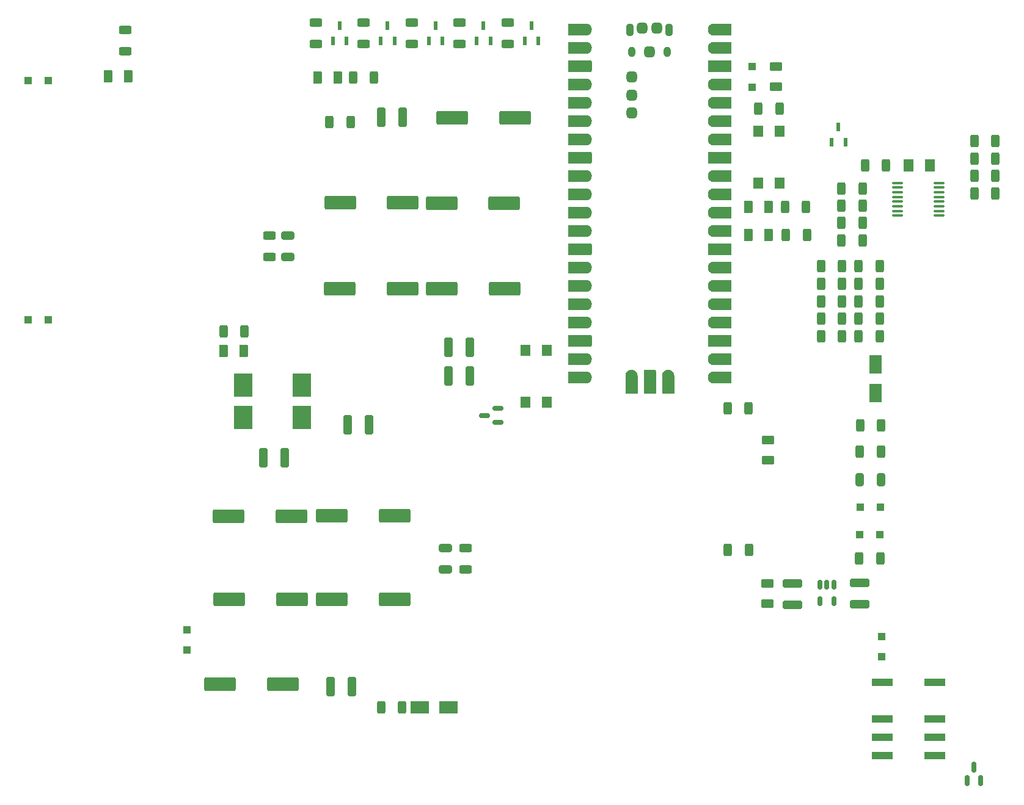
<source format=gbr>
%TF.GenerationSoftware,KiCad,Pcbnew,(6.0.10)*%
%TF.CreationDate,2023-02-22T22:59:34-05:00*%
%TF.ProjectId,System Management Board,53797374-656d-4204-9d61-6e6167656d65,rev?*%
%TF.SameCoordinates,Original*%
%TF.FileFunction,Paste,Top*%
%TF.FilePolarity,Positive*%
%FSLAX46Y46*%
G04 Gerber Fmt 4.6, Leading zero omitted, Abs format (unit mm)*
G04 Created by KiCad (PCBNEW (6.0.10)) date 2023-02-22 22:59:34*
%MOMM*%
%LPD*%
G01*
G04 APERTURE LIST*
G04 Aperture macros list*
%AMRoundRect*
0 Rectangle with rounded corners*
0 $1 Rounding radius*
0 $2 $3 $4 $5 $6 $7 $8 $9 X,Y pos of 4 corners*
0 Add a 4 corners polygon primitive as box body*
4,1,4,$2,$3,$4,$5,$6,$7,$8,$9,$2,$3,0*
0 Add four circle primitives for the rounded corners*
1,1,$1+$1,$2,$3*
1,1,$1+$1,$4,$5*
1,1,$1+$1,$6,$7*
1,1,$1+$1,$8,$9*
0 Add four rect primitives between the rounded corners*
20,1,$1+$1,$2,$3,$4,$5,0*
20,1,$1+$1,$4,$5,$6,$7,0*
20,1,$1+$1,$6,$7,$8,$9,0*
20,1,$1+$1,$8,$9,$2,$3,0*%
G04 Aperture macros list end*
%ADD10C,0.010000*%
%ADD11R,1.400000X1.600000*%
%ADD12RoundRect,0.250001X-0.462499X-0.624999X0.462499X-0.624999X0.462499X0.624999X-0.462499X0.624999X0*%
%ADD13RoundRect,0.250000X0.312500X0.625000X-0.312500X0.625000X-0.312500X-0.625000X0.312500X-0.625000X0*%
%ADD14RoundRect,0.250000X-0.312500X-0.625000X0.312500X-0.625000X0.312500X0.625000X-0.312500X0.625000X0*%
%ADD15RoundRect,0.150000X0.587500X0.150000X-0.587500X0.150000X-0.587500X-0.150000X0.587500X-0.150000X0*%
%ADD16RoundRect,0.250000X1.100000X-0.325000X1.100000X0.325000X-1.100000X0.325000X-1.100000X-0.325000X0*%
%ADD17RoundRect,0.250000X-1.950000X-0.700000X1.950000X-0.700000X1.950000X0.700000X-1.950000X0.700000X0*%
%ADD18RoundRect,0.150000X-0.150000X0.512500X-0.150000X-0.512500X0.150000X-0.512500X0.150000X0.512500X0*%
%ADD19RoundRect,0.250000X-0.625000X0.375000X-0.625000X-0.375000X0.625000X-0.375000X0.625000X0.375000X0*%
%ADD20RoundRect,0.250000X-1.100000X0.325000X-1.100000X-0.325000X1.100000X-0.325000X1.100000X0.325000X0*%
%ADD21R,1.100000X1.100000*%
%ADD22RoundRect,0.250000X1.950000X0.700000X-1.950000X0.700000X-1.950000X-0.700000X1.950000X-0.700000X0*%
%ADD23RoundRect,0.250000X-0.375000X-0.625000X0.375000X-0.625000X0.375000X0.625000X-0.375000X0.625000X0*%
%ADD24RoundRect,0.250000X0.625000X-0.312500X0.625000X0.312500X-0.625000X0.312500X-0.625000X-0.312500X0*%
%ADD25R,2.500000X1.800000*%
%ADD26RoundRect,0.250000X0.325000X1.100000X-0.325000X1.100000X-0.325000X-1.100000X0.325000X-1.100000X0*%
%ADD27O,1.100000X1.800000*%
%ADD28O,1.050000X1.450000*%
%ADD29RoundRect,0.450000X-0.300000X-0.300000X0.300000X-0.300000X0.300000X0.300000X-0.300000X0.300000X0*%
%ADD30RoundRect,0.250000X0.625000X-0.375000X0.625000X0.375000X-0.625000X0.375000X-0.625000X-0.375000X0*%
%ADD31R,0.600000X1.300000*%
%ADD32RoundRect,0.250000X-0.650000X0.325000X-0.650000X-0.325000X0.650000X-0.325000X0.650000X0.325000X0*%
%ADD33RoundRect,0.250000X-0.325000X-1.100000X0.325000X-1.100000X0.325000X1.100000X-0.325000X1.100000X0*%
%ADD34RoundRect,0.250000X0.650000X-0.325000X0.650000X0.325000X-0.650000X0.325000X-0.650000X-0.325000X0*%
%ADD35R,1.800000X2.500000*%
%ADD36RoundRect,0.250000X0.375000X0.625000X-0.375000X0.625000X-0.375000X-0.625000X0.375000X-0.625000X0*%
%ADD37RoundRect,0.250000X-0.325000X-0.650000X0.325000X-0.650000X0.325000X0.650000X-0.325000X0.650000X0*%
%ADD38R,2.620000X3.200000*%
%ADD39RoundRect,0.100000X0.637500X0.100000X-0.637500X0.100000X-0.637500X-0.100000X0.637500X-0.100000X0*%
%ADD40RoundRect,0.150000X0.150000X-0.587500X0.150000X0.587500X-0.150000X0.587500X-0.150000X-0.587500X0*%
%ADD41RoundRect,0.250000X-0.625000X0.312500X-0.625000X-0.312500X0.625000X-0.312500X0.625000X0.312500X0*%
%ADD42R,3.000000X1.100000*%
G04 APERTURE END LIST*
%TO.C,U1*%
G36*
X156882000Y-85456000D02*
G01*
X156924000Y-85459000D01*
X156965000Y-85465000D01*
X157006000Y-85472000D01*
X157047000Y-85482000D01*
X157087000Y-85494000D01*
X157127000Y-85508000D01*
X157165000Y-85524000D01*
X157203000Y-85542000D01*
X157240000Y-85562000D01*
X157276000Y-85584000D01*
X157310000Y-85608000D01*
X157343000Y-85633000D01*
X157375000Y-85660000D01*
X157406000Y-85689000D01*
X157435000Y-85720000D01*
X157462000Y-85752000D01*
X157487000Y-85785000D01*
X157511000Y-85819000D01*
X157533000Y-85855000D01*
X157553000Y-85892000D01*
X157571000Y-85930000D01*
X157587000Y-85968000D01*
X157601000Y-86008000D01*
X157613000Y-86048000D01*
X157623000Y-86089000D01*
X157630000Y-86130000D01*
X157636000Y-86171000D01*
X157639000Y-86213000D01*
X157640000Y-86255000D01*
X157639000Y-86297000D01*
X157636000Y-86339000D01*
X157630000Y-86380000D01*
X157623000Y-86421000D01*
X157613000Y-86462000D01*
X157601000Y-86502000D01*
X157587000Y-86542000D01*
X157571000Y-86580000D01*
X157553000Y-86618000D01*
X157533000Y-86655000D01*
X157511000Y-86691000D01*
X157487000Y-86725000D01*
X157462000Y-86758000D01*
X157435000Y-86790000D01*
X157406000Y-86821000D01*
X157375000Y-86850000D01*
X157343000Y-86877000D01*
X157310000Y-86902000D01*
X157276000Y-86926000D01*
X157240000Y-86948000D01*
X157203000Y-86968000D01*
X157165000Y-86986000D01*
X157127000Y-87002000D01*
X157087000Y-87016000D01*
X157047000Y-87028000D01*
X157006000Y-87038000D01*
X156965000Y-87045000D01*
X156924000Y-87051000D01*
X156882000Y-87054000D01*
X156840000Y-87055000D01*
X154440000Y-87055000D01*
X154440000Y-85455000D01*
X156840000Y-85455000D01*
X156882000Y-85456000D01*
G37*
D10*
X156882000Y-85456000D02*
X156924000Y-85459000D01*
X156965000Y-85465000D01*
X157006000Y-85472000D01*
X157047000Y-85482000D01*
X157087000Y-85494000D01*
X157127000Y-85508000D01*
X157165000Y-85524000D01*
X157203000Y-85542000D01*
X157240000Y-85562000D01*
X157276000Y-85584000D01*
X157310000Y-85608000D01*
X157343000Y-85633000D01*
X157375000Y-85660000D01*
X157406000Y-85689000D01*
X157435000Y-85720000D01*
X157462000Y-85752000D01*
X157487000Y-85785000D01*
X157511000Y-85819000D01*
X157533000Y-85855000D01*
X157553000Y-85892000D01*
X157571000Y-85930000D01*
X157587000Y-85968000D01*
X157601000Y-86008000D01*
X157613000Y-86048000D01*
X157623000Y-86089000D01*
X157630000Y-86130000D01*
X157636000Y-86171000D01*
X157639000Y-86213000D01*
X157640000Y-86255000D01*
X157639000Y-86297000D01*
X157636000Y-86339000D01*
X157630000Y-86380000D01*
X157623000Y-86421000D01*
X157613000Y-86462000D01*
X157601000Y-86502000D01*
X157587000Y-86542000D01*
X157571000Y-86580000D01*
X157553000Y-86618000D01*
X157533000Y-86655000D01*
X157511000Y-86691000D01*
X157487000Y-86725000D01*
X157462000Y-86758000D01*
X157435000Y-86790000D01*
X157406000Y-86821000D01*
X157375000Y-86850000D01*
X157343000Y-86877000D01*
X157310000Y-86902000D01*
X157276000Y-86926000D01*
X157240000Y-86948000D01*
X157203000Y-86968000D01*
X157165000Y-86986000D01*
X157127000Y-87002000D01*
X157087000Y-87016000D01*
X157047000Y-87028000D01*
X157006000Y-87038000D01*
X156965000Y-87045000D01*
X156924000Y-87051000D01*
X156882000Y-87054000D01*
X156840000Y-87055000D01*
X154440000Y-87055000D01*
X154440000Y-85455000D01*
X156840000Y-85455000D01*
X156882000Y-85456000D01*
G36*
X156882000Y-80376000D02*
G01*
X156924000Y-80379000D01*
X156965000Y-80385000D01*
X157006000Y-80392000D01*
X157047000Y-80402000D01*
X157087000Y-80414000D01*
X157127000Y-80428000D01*
X157165000Y-80444000D01*
X157203000Y-80462000D01*
X157240000Y-80482000D01*
X157276000Y-80504000D01*
X157310000Y-80528000D01*
X157343000Y-80553000D01*
X157375000Y-80580000D01*
X157406000Y-80609000D01*
X157435000Y-80640000D01*
X157462000Y-80672000D01*
X157487000Y-80705000D01*
X157511000Y-80739000D01*
X157533000Y-80775000D01*
X157553000Y-80812000D01*
X157571000Y-80850000D01*
X157587000Y-80888000D01*
X157601000Y-80928000D01*
X157613000Y-80968000D01*
X157623000Y-81009000D01*
X157630000Y-81050000D01*
X157636000Y-81091000D01*
X157639000Y-81133000D01*
X157640000Y-81175000D01*
X157639000Y-81217000D01*
X157636000Y-81259000D01*
X157630000Y-81300000D01*
X157623000Y-81341000D01*
X157613000Y-81382000D01*
X157601000Y-81422000D01*
X157587000Y-81462000D01*
X157571000Y-81500000D01*
X157553000Y-81538000D01*
X157533000Y-81575000D01*
X157511000Y-81611000D01*
X157487000Y-81645000D01*
X157462000Y-81678000D01*
X157435000Y-81710000D01*
X157406000Y-81741000D01*
X157375000Y-81770000D01*
X157343000Y-81797000D01*
X157310000Y-81822000D01*
X157276000Y-81846000D01*
X157240000Y-81868000D01*
X157203000Y-81888000D01*
X157165000Y-81906000D01*
X157127000Y-81922000D01*
X157087000Y-81936000D01*
X157047000Y-81948000D01*
X157006000Y-81958000D01*
X156965000Y-81965000D01*
X156924000Y-81971000D01*
X156882000Y-81974000D01*
X156840000Y-81975000D01*
X154440000Y-81975000D01*
X154440000Y-80375000D01*
X156840000Y-80375000D01*
X156882000Y-80376000D01*
G37*
X156882000Y-80376000D02*
X156924000Y-80379000D01*
X156965000Y-80385000D01*
X157006000Y-80392000D01*
X157047000Y-80402000D01*
X157087000Y-80414000D01*
X157127000Y-80428000D01*
X157165000Y-80444000D01*
X157203000Y-80462000D01*
X157240000Y-80482000D01*
X157276000Y-80504000D01*
X157310000Y-80528000D01*
X157343000Y-80553000D01*
X157375000Y-80580000D01*
X157406000Y-80609000D01*
X157435000Y-80640000D01*
X157462000Y-80672000D01*
X157487000Y-80705000D01*
X157511000Y-80739000D01*
X157533000Y-80775000D01*
X157553000Y-80812000D01*
X157571000Y-80850000D01*
X157587000Y-80888000D01*
X157601000Y-80928000D01*
X157613000Y-80968000D01*
X157623000Y-81009000D01*
X157630000Y-81050000D01*
X157636000Y-81091000D01*
X157639000Y-81133000D01*
X157640000Y-81175000D01*
X157639000Y-81217000D01*
X157636000Y-81259000D01*
X157630000Y-81300000D01*
X157623000Y-81341000D01*
X157613000Y-81382000D01*
X157601000Y-81422000D01*
X157587000Y-81462000D01*
X157571000Y-81500000D01*
X157553000Y-81538000D01*
X157533000Y-81575000D01*
X157511000Y-81611000D01*
X157487000Y-81645000D01*
X157462000Y-81678000D01*
X157435000Y-81710000D01*
X157406000Y-81741000D01*
X157375000Y-81770000D01*
X157343000Y-81797000D01*
X157310000Y-81822000D01*
X157276000Y-81846000D01*
X157240000Y-81868000D01*
X157203000Y-81888000D01*
X157165000Y-81906000D01*
X157127000Y-81922000D01*
X157087000Y-81936000D01*
X157047000Y-81948000D01*
X157006000Y-81958000D01*
X156965000Y-81965000D01*
X156924000Y-81971000D01*
X156882000Y-81974000D01*
X156840000Y-81975000D01*
X154440000Y-81975000D01*
X154440000Y-80375000D01*
X156840000Y-80375000D01*
X156882000Y-80376000D01*
G36*
X177020000Y-56575000D02*
G01*
X174620000Y-56575000D01*
X174578000Y-56574000D01*
X174536000Y-56571000D01*
X174495000Y-56565000D01*
X174454000Y-56558000D01*
X174413000Y-56548000D01*
X174373000Y-56536000D01*
X174333000Y-56522000D01*
X174295000Y-56506000D01*
X174257000Y-56488000D01*
X174220000Y-56468000D01*
X174184000Y-56446000D01*
X174150000Y-56422000D01*
X174117000Y-56397000D01*
X174085000Y-56370000D01*
X174054000Y-56341000D01*
X174025000Y-56310000D01*
X173998000Y-56278000D01*
X173973000Y-56245000D01*
X173949000Y-56211000D01*
X173927000Y-56175000D01*
X173907000Y-56138000D01*
X173889000Y-56100000D01*
X173873000Y-56062000D01*
X173859000Y-56022000D01*
X173847000Y-55982000D01*
X173837000Y-55941000D01*
X173830000Y-55900000D01*
X173824000Y-55859000D01*
X173821000Y-55817000D01*
X173820000Y-55775000D01*
X173821000Y-55733000D01*
X173824000Y-55691000D01*
X173830000Y-55650000D01*
X173837000Y-55609000D01*
X173847000Y-55568000D01*
X173859000Y-55528000D01*
X173873000Y-55488000D01*
X173889000Y-55450000D01*
X173907000Y-55412000D01*
X173927000Y-55375000D01*
X173949000Y-55339000D01*
X173973000Y-55305000D01*
X173998000Y-55272000D01*
X174025000Y-55240000D01*
X174054000Y-55209000D01*
X174085000Y-55180000D01*
X174117000Y-55153000D01*
X174150000Y-55128000D01*
X174184000Y-55104000D01*
X174220000Y-55082000D01*
X174257000Y-55062000D01*
X174295000Y-55044000D01*
X174333000Y-55028000D01*
X174373000Y-55014000D01*
X174413000Y-55002000D01*
X174454000Y-54992000D01*
X174495000Y-54985000D01*
X174536000Y-54979000D01*
X174578000Y-54976000D01*
X174620000Y-54975000D01*
X177020000Y-54975000D01*
X177020000Y-56575000D01*
G37*
X177020000Y-56575000D02*
X174620000Y-56575000D01*
X174578000Y-56574000D01*
X174536000Y-56571000D01*
X174495000Y-56565000D01*
X174454000Y-56558000D01*
X174413000Y-56548000D01*
X174373000Y-56536000D01*
X174333000Y-56522000D01*
X174295000Y-56506000D01*
X174257000Y-56488000D01*
X174220000Y-56468000D01*
X174184000Y-56446000D01*
X174150000Y-56422000D01*
X174117000Y-56397000D01*
X174085000Y-56370000D01*
X174054000Y-56341000D01*
X174025000Y-56310000D01*
X173998000Y-56278000D01*
X173973000Y-56245000D01*
X173949000Y-56211000D01*
X173927000Y-56175000D01*
X173907000Y-56138000D01*
X173889000Y-56100000D01*
X173873000Y-56062000D01*
X173859000Y-56022000D01*
X173847000Y-55982000D01*
X173837000Y-55941000D01*
X173830000Y-55900000D01*
X173824000Y-55859000D01*
X173821000Y-55817000D01*
X173820000Y-55775000D01*
X173821000Y-55733000D01*
X173824000Y-55691000D01*
X173830000Y-55650000D01*
X173837000Y-55609000D01*
X173847000Y-55568000D01*
X173859000Y-55528000D01*
X173873000Y-55488000D01*
X173889000Y-55450000D01*
X173907000Y-55412000D01*
X173927000Y-55375000D01*
X173949000Y-55339000D01*
X173973000Y-55305000D01*
X173998000Y-55272000D01*
X174025000Y-55240000D01*
X174054000Y-55209000D01*
X174085000Y-55180000D01*
X174117000Y-55153000D01*
X174150000Y-55128000D01*
X174184000Y-55104000D01*
X174220000Y-55082000D01*
X174257000Y-55062000D01*
X174295000Y-55044000D01*
X174333000Y-55028000D01*
X174373000Y-55014000D01*
X174413000Y-55002000D01*
X174454000Y-54992000D01*
X174495000Y-54985000D01*
X174536000Y-54979000D01*
X174578000Y-54976000D01*
X174620000Y-54975000D01*
X177020000Y-54975000D01*
X177020000Y-56575000D01*
G36*
X157461000Y-77836000D02*
G01*
X157471000Y-77837000D01*
X157482000Y-77839000D01*
X157512000Y-77848000D01*
X157521000Y-77852000D01*
X157531000Y-77857000D01*
X157549000Y-77867000D01*
X157558000Y-77873000D01*
X157566000Y-77880000D01*
X157574000Y-77886000D01*
X157581000Y-77894000D01*
X157589000Y-77901000D01*
X157595000Y-77909000D01*
X157602000Y-77917000D01*
X157608000Y-77926000D01*
X157618000Y-77944000D01*
X157623000Y-77954000D01*
X157627000Y-77963000D01*
X157636000Y-77993000D01*
X157638000Y-78004000D01*
X157639000Y-78014000D01*
X157640000Y-78025000D01*
X157640000Y-79245000D01*
X157639000Y-79256000D01*
X157638000Y-79266000D01*
X157636000Y-79277000D01*
X157627000Y-79307000D01*
X157623000Y-79316000D01*
X157618000Y-79326000D01*
X157608000Y-79344000D01*
X157602000Y-79353000D01*
X157595000Y-79361000D01*
X157589000Y-79369000D01*
X157581000Y-79376000D01*
X157574000Y-79384000D01*
X157566000Y-79390000D01*
X157558000Y-79397000D01*
X157549000Y-79403000D01*
X157531000Y-79413000D01*
X157521000Y-79418000D01*
X157512000Y-79422000D01*
X157482000Y-79431000D01*
X157471000Y-79433000D01*
X157461000Y-79434000D01*
X157450000Y-79435000D01*
X154440000Y-79435000D01*
X154440000Y-77835000D01*
X157450000Y-77835000D01*
X157461000Y-77836000D01*
G37*
X157461000Y-77836000D02*
X157471000Y-77837000D01*
X157482000Y-77839000D01*
X157512000Y-77848000D01*
X157521000Y-77852000D01*
X157531000Y-77857000D01*
X157549000Y-77867000D01*
X157558000Y-77873000D01*
X157566000Y-77880000D01*
X157574000Y-77886000D01*
X157581000Y-77894000D01*
X157589000Y-77901000D01*
X157595000Y-77909000D01*
X157602000Y-77917000D01*
X157608000Y-77926000D01*
X157618000Y-77944000D01*
X157623000Y-77954000D01*
X157627000Y-77963000D01*
X157636000Y-77993000D01*
X157638000Y-78004000D01*
X157639000Y-78014000D01*
X157640000Y-78025000D01*
X157640000Y-79245000D01*
X157639000Y-79256000D01*
X157638000Y-79266000D01*
X157636000Y-79277000D01*
X157627000Y-79307000D01*
X157623000Y-79316000D01*
X157618000Y-79326000D01*
X157608000Y-79344000D01*
X157602000Y-79353000D01*
X157595000Y-79361000D01*
X157589000Y-79369000D01*
X157581000Y-79376000D01*
X157574000Y-79384000D01*
X157566000Y-79390000D01*
X157558000Y-79397000D01*
X157549000Y-79403000D01*
X157531000Y-79413000D01*
X157521000Y-79418000D01*
X157512000Y-79422000D01*
X157482000Y-79431000D01*
X157471000Y-79433000D01*
X157461000Y-79434000D01*
X157450000Y-79435000D01*
X154440000Y-79435000D01*
X154440000Y-77835000D01*
X157450000Y-77835000D01*
X157461000Y-77836000D01*
G36*
X177020000Y-71815000D02*
G01*
X174620000Y-71815000D01*
X174578000Y-71814000D01*
X174536000Y-71811000D01*
X174495000Y-71805000D01*
X174454000Y-71798000D01*
X174413000Y-71788000D01*
X174373000Y-71776000D01*
X174333000Y-71762000D01*
X174295000Y-71746000D01*
X174257000Y-71728000D01*
X174220000Y-71708000D01*
X174184000Y-71686000D01*
X174150000Y-71662000D01*
X174117000Y-71637000D01*
X174085000Y-71610000D01*
X174054000Y-71581000D01*
X174025000Y-71550000D01*
X173998000Y-71518000D01*
X173973000Y-71485000D01*
X173949000Y-71451000D01*
X173927000Y-71415000D01*
X173907000Y-71378000D01*
X173889000Y-71340000D01*
X173873000Y-71302000D01*
X173859000Y-71262000D01*
X173847000Y-71222000D01*
X173837000Y-71181000D01*
X173830000Y-71140000D01*
X173824000Y-71099000D01*
X173821000Y-71057000D01*
X173820000Y-71015000D01*
X173821000Y-70973000D01*
X173824000Y-70931000D01*
X173830000Y-70890000D01*
X173837000Y-70849000D01*
X173847000Y-70808000D01*
X173859000Y-70768000D01*
X173873000Y-70728000D01*
X173889000Y-70690000D01*
X173907000Y-70652000D01*
X173927000Y-70615000D01*
X173949000Y-70579000D01*
X173973000Y-70545000D01*
X173998000Y-70512000D01*
X174025000Y-70480000D01*
X174054000Y-70449000D01*
X174085000Y-70420000D01*
X174117000Y-70393000D01*
X174150000Y-70368000D01*
X174184000Y-70344000D01*
X174220000Y-70322000D01*
X174257000Y-70302000D01*
X174295000Y-70284000D01*
X174333000Y-70268000D01*
X174373000Y-70254000D01*
X174413000Y-70242000D01*
X174454000Y-70232000D01*
X174495000Y-70225000D01*
X174536000Y-70219000D01*
X174578000Y-70216000D01*
X174620000Y-70215000D01*
X177020000Y-70215000D01*
X177020000Y-71815000D01*
G37*
X177020000Y-71815000D02*
X174620000Y-71815000D01*
X174578000Y-71814000D01*
X174536000Y-71811000D01*
X174495000Y-71805000D01*
X174454000Y-71798000D01*
X174413000Y-71788000D01*
X174373000Y-71776000D01*
X174333000Y-71762000D01*
X174295000Y-71746000D01*
X174257000Y-71728000D01*
X174220000Y-71708000D01*
X174184000Y-71686000D01*
X174150000Y-71662000D01*
X174117000Y-71637000D01*
X174085000Y-71610000D01*
X174054000Y-71581000D01*
X174025000Y-71550000D01*
X173998000Y-71518000D01*
X173973000Y-71485000D01*
X173949000Y-71451000D01*
X173927000Y-71415000D01*
X173907000Y-71378000D01*
X173889000Y-71340000D01*
X173873000Y-71302000D01*
X173859000Y-71262000D01*
X173847000Y-71222000D01*
X173837000Y-71181000D01*
X173830000Y-71140000D01*
X173824000Y-71099000D01*
X173821000Y-71057000D01*
X173820000Y-71015000D01*
X173821000Y-70973000D01*
X173824000Y-70931000D01*
X173830000Y-70890000D01*
X173837000Y-70849000D01*
X173847000Y-70808000D01*
X173859000Y-70768000D01*
X173873000Y-70728000D01*
X173889000Y-70690000D01*
X173907000Y-70652000D01*
X173927000Y-70615000D01*
X173949000Y-70579000D01*
X173973000Y-70545000D01*
X173998000Y-70512000D01*
X174025000Y-70480000D01*
X174054000Y-70449000D01*
X174085000Y-70420000D01*
X174117000Y-70393000D01*
X174150000Y-70368000D01*
X174184000Y-70344000D01*
X174220000Y-70322000D01*
X174257000Y-70302000D01*
X174295000Y-70284000D01*
X174333000Y-70268000D01*
X174373000Y-70254000D01*
X174413000Y-70242000D01*
X174454000Y-70232000D01*
X174495000Y-70225000D01*
X174536000Y-70219000D01*
X174578000Y-70216000D01*
X174620000Y-70215000D01*
X177020000Y-70215000D01*
X177020000Y-71815000D01*
G36*
X156882000Y-57516000D02*
G01*
X156924000Y-57519000D01*
X156965000Y-57525000D01*
X157006000Y-57532000D01*
X157047000Y-57542000D01*
X157087000Y-57554000D01*
X157127000Y-57568000D01*
X157165000Y-57584000D01*
X157203000Y-57602000D01*
X157240000Y-57622000D01*
X157276000Y-57644000D01*
X157310000Y-57668000D01*
X157343000Y-57693000D01*
X157375000Y-57720000D01*
X157406000Y-57749000D01*
X157435000Y-57780000D01*
X157462000Y-57812000D01*
X157487000Y-57845000D01*
X157511000Y-57879000D01*
X157533000Y-57915000D01*
X157553000Y-57952000D01*
X157571000Y-57990000D01*
X157587000Y-58028000D01*
X157601000Y-58068000D01*
X157613000Y-58108000D01*
X157623000Y-58149000D01*
X157630000Y-58190000D01*
X157636000Y-58231000D01*
X157639000Y-58273000D01*
X157640000Y-58315000D01*
X157639000Y-58357000D01*
X157636000Y-58399000D01*
X157630000Y-58440000D01*
X157623000Y-58481000D01*
X157613000Y-58522000D01*
X157601000Y-58562000D01*
X157587000Y-58602000D01*
X157571000Y-58640000D01*
X157553000Y-58678000D01*
X157533000Y-58715000D01*
X157511000Y-58751000D01*
X157487000Y-58785000D01*
X157462000Y-58818000D01*
X157435000Y-58850000D01*
X157406000Y-58881000D01*
X157375000Y-58910000D01*
X157343000Y-58937000D01*
X157310000Y-58962000D01*
X157276000Y-58986000D01*
X157240000Y-59008000D01*
X157203000Y-59028000D01*
X157165000Y-59046000D01*
X157127000Y-59062000D01*
X157087000Y-59076000D01*
X157047000Y-59088000D01*
X157006000Y-59098000D01*
X156965000Y-59105000D01*
X156924000Y-59111000D01*
X156882000Y-59114000D01*
X156840000Y-59115000D01*
X154440000Y-59115000D01*
X154440000Y-57515000D01*
X156840000Y-57515000D01*
X156882000Y-57516000D01*
G37*
X156882000Y-57516000D02*
X156924000Y-57519000D01*
X156965000Y-57525000D01*
X157006000Y-57532000D01*
X157047000Y-57542000D01*
X157087000Y-57554000D01*
X157127000Y-57568000D01*
X157165000Y-57584000D01*
X157203000Y-57602000D01*
X157240000Y-57622000D01*
X157276000Y-57644000D01*
X157310000Y-57668000D01*
X157343000Y-57693000D01*
X157375000Y-57720000D01*
X157406000Y-57749000D01*
X157435000Y-57780000D01*
X157462000Y-57812000D01*
X157487000Y-57845000D01*
X157511000Y-57879000D01*
X157533000Y-57915000D01*
X157553000Y-57952000D01*
X157571000Y-57990000D01*
X157587000Y-58028000D01*
X157601000Y-58068000D01*
X157613000Y-58108000D01*
X157623000Y-58149000D01*
X157630000Y-58190000D01*
X157636000Y-58231000D01*
X157639000Y-58273000D01*
X157640000Y-58315000D01*
X157639000Y-58357000D01*
X157636000Y-58399000D01*
X157630000Y-58440000D01*
X157623000Y-58481000D01*
X157613000Y-58522000D01*
X157601000Y-58562000D01*
X157587000Y-58602000D01*
X157571000Y-58640000D01*
X157553000Y-58678000D01*
X157533000Y-58715000D01*
X157511000Y-58751000D01*
X157487000Y-58785000D01*
X157462000Y-58818000D01*
X157435000Y-58850000D01*
X157406000Y-58881000D01*
X157375000Y-58910000D01*
X157343000Y-58937000D01*
X157310000Y-58962000D01*
X157276000Y-58986000D01*
X157240000Y-59008000D01*
X157203000Y-59028000D01*
X157165000Y-59046000D01*
X157127000Y-59062000D01*
X157087000Y-59076000D01*
X157047000Y-59088000D01*
X157006000Y-59098000D01*
X156965000Y-59105000D01*
X156924000Y-59111000D01*
X156882000Y-59114000D01*
X156840000Y-59115000D01*
X154440000Y-59115000D01*
X154440000Y-57515000D01*
X156840000Y-57515000D01*
X156882000Y-57516000D01*
G36*
X177020000Y-74355000D02*
G01*
X174620000Y-74355000D01*
X174578000Y-74354000D01*
X174536000Y-74351000D01*
X174495000Y-74345000D01*
X174454000Y-74338000D01*
X174413000Y-74328000D01*
X174373000Y-74316000D01*
X174333000Y-74302000D01*
X174295000Y-74286000D01*
X174257000Y-74268000D01*
X174220000Y-74248000D01*
X174184000Y-74226000D01*
X174150000Y-74202000D01*
X174117000Y-74177000D01*
X174085000Y-74150000D01*
X174054000Y-74121000D01*
X174025000Y-74090000D01*
X173998000Y-74058000D01*
X173973000Y-74025000D01*
X173949000Y-73991000D01*
X173927000Y-73955000D01*
X173907000Y-73918000D01*
X173889000Y-73880000D01*
X173873000Y-73842000D01*
X173859000Y-73802000D01*
X173847000Y-73762000D01*
X173837000Y-73721000D01*
X173830000Y-73680000D01*
X173824000Y-73639000D01*
X173821000Y-73597000D01*
X173820000Y-73555000D01*
X173821000Y-73513000D01*
X173824000Y-73471000D01*
X173830000Y-73430000D01*
X173837000Y-73389000D01*
X173847000Y-73348000D01*
X173859000Y-73308000D01*
X173873000Y-73268000D01*
X173889000Y-73230000D01*
X173907000Y-73192000D01*
X173927000Y-73155000D01*
X173949000Y-73119000D01*
X173973000Y-73085000D01*
X173998000Y-73052000D01*
X174025000Y-73020000D01*
X174054000Y-72989000D01*
X174085000Y-72960000D01*
X174117000Y-72933000D01*
X174150000Y-72908000D01*
X174184000Y-72884000D01*
X174220000Y-72862000D01*
X174257000Y-72842000D01*
X174295000Y-72824000D01*
X174333000Y-72808000D01*
X174373000Y-72794000D01*
X174413000Y-72782000D01*
X174454000Y-72772000D01*
X174495000Y-72765000D01*
X174536000Y-72759000D01*
X174578000Y-72756000D01*
X174620000Y-72755000D01*
X177020000Y-72755000D01*
X177020000Y-74355000D01*
G37*
X177020000Y-74355000D02*
X174620000Y-74355000D01*
X174578000Y-74354000D01*
X174536000Y-74351000D01*
X174495000Y-74345000D01*
X174454000Y-74338000D01*
X174413000Y-74328000D01*
X174373000Y-74316000D01*
X174333000Y-74302000D01*
X174295000Y-74286000D01*
X174257000Y-74268000D01*
X174220000Y-74248000D01*
X174184000Y-74226000D01*
X174150000Y-74202000D01*
X174117000Y-74177000D01*
X174085000Y-74150000D01*
X174054000Y-74121000D01*
X174025000Y-74090000D01*
X173998000Y-74058000D01*
X173973000Y-74025000D01*
X173949000Y-73991000D01*
X173927000Y-73955000D01*
X173907000Y-73918000D01*
X173889000Y-73880000D01*
X173873000Y-73842000D01*
X173859000Y-73802000D01*
X173847000Y-73762000D01*
X173837000Y-73721000D01*
X173830000Y-73680000D01*
X173824000Y-73639000D01*
X173821000Y-73597000D01*
X173820000Y-73555000D01*
X173821000Y-73513000D01*
X173824000Y-73471000D01*
X173830000Y-73430000D01*
X173837000Y-73389000D01*
X173847000Y-73348000D01*
X173859000Y-73308000D01*
X173873000Y-73268000D01*
X173889000Y-73230000D01*
X173907000Y-73192000D01*
X173927000Y-73155000D01*
X173949000Y-73119000D01*
X173973000Y-73085000D01*
X173998000Y-73052000D01*
X174025000Y-73020000D01*
X174054000Y-72989000D01*
X174085000Y-72960000D01*
X174117000Y-72933000D01*
X174150000Y-72908000D01*
X174184000Y-72884000D01*
X174220000Y-72862000D01*
X174257000Y-72842000D01*
X174295000Y-72824000D01*
X174333000Y-72808000D01*
X174373000Y-72794000D01*
X174413000Y-72782000D01*
X174454000Y-72772000D01*
X174495000Y-72765000D01*
X174536000Y-72759000D01*
X174578000Y-72756000D01*
X174620000Y-72755000D01*
X177020000Y-72755000D01*
X177020000Y-74355000D01*
G36*
X156882000Y-95616000D02*
G01*
X156924000Y-95619000D01*
X156965000Y-95625000D01*
X157006000Y-95632000D01*
X157047000Y-95642000D01*
X157087000Y-95654000D01*
X157127000Y-95668000D01*
X157165000Y-95684000D01*
X157203000Y-95702000D01*
X157240000Y-95722000D01*
X157276000Y-95744000D01*
X157310000Y-95768000D01*
X157343000Y-95793000D01*
X157375000Y-95820000D01*
X157406000Y-95849000D01*
X157435000Y-95880000D01*
X157462000Y-95912000D01*
X157487000Y-95945000D01*
X157511000Y-95979000D01*
X157533000Y-96015000D01*
X157553000Y-96052000D01*
X157571000Y-96090000D01*
X157587000Y-96128000D01*
X157601000Y-96168000D01*
X157613000Y-96208000D01*
X157623000Y-96249000D01*
X157630000Y-96290000D01*
X157636000Y-96331000D01*
X157639000Y-96373000D01*
X157640000Y-96415000D01*
X157639000Y-96457000D01*
X157636000Y-96499000D01*
X157630000Y-96540000D01*
X157623000Y-96581000D01*
X157613000Y-96622000D01*
X157601000Y-96662000D01*
X157587000Y-96702000D01*
X157571000Y-96740000D01*
X157553000Y-96778000D01*
X157533000Y-96815000D01*
X157511000Y-96851000D01*
X157487000Y-96885000D01*
X157462000Y-96918000D01*
X157435000Y-96950000D01*
X157406000Y-96981000D01*
X157375000Y-97010000D01*
X157343000Y-97037000D01*
X157310000Y-97062000D01*
X157276000Y-97086000D01*
X157240000Y-97108000D01*
X157203000Y-97128000D01*
X157165000Y-97146000D01*
X157127000Y-97162000D01*
X157087000Y-97176000D01*
X157047000Y-97188000D01*
X157006000Y-97198000D01*
X156965000Y-97205000D01*
X156924000Y-97211000D01*
X156882000Y-97214000D01*
X156840000Y-97215000D01*
X154440000Y-97215000D01*
X154440000Y-95615000D01*
X156840000Y-95615000D01*
X156882000Y-95616000D01*
G37*
X156882000Y-95616000D02*
X156924000Y-95619000D01*
X156965000Y-95625000D01*
X157006000Y-95632000D01*
X157047000Y-95642000D01*
X157087000Y-95654000D01*
X157127000Y-95668000D01*
X157165000Y-95684000D01*
X157203000Y-95702000D01*
X157240000Y-95722000D01*
X157276000Y-95744000D01*
X157310000Y-95768000D01*
X157343000Y-95793000D01*
X157375000Y-95820000D01*
X157406000Y-95849000D01*
X157435000Y-95880000D01*
X157462000Y-95912000D01*
X157487000Y-95945000D01*
X157511000Y-95979000D01*
X157533000Y-96015000D01*
X157553000Y-96052000D01*
X157571000Y-96090000D01*
X157587000Y-96128000D01*
X157601000Y-96168000D01*
X157613000Y-96208000D01*
X157623000Y-96249000D01*
X157630000Y-96290000D01*
X157636000Y-96331000D01*
X157639000Y-96373000D01*
X157640000Y-96415000D01*
X157639000Y-96457000D01*
X157636000Y-96499000D01*
X157630000Y-96540000D01*
X157623000Y-96581000D01*
X157613000Y-96622000D01*
X157601000Y-96662000D01*
X157587000Y-96702000D01*
X157571000Y-96740000D01*
X157553000Y-96778000D01*
X157533000Y-96815000D01*
X157511000Y-96851000D01*
X157487000Y-96885000D01*
X157462000Y-96918000D01*
X157435000Y-96950000D01*
X157406000Y-96981000D01*
X157375000Y-97010000D01*
X157343000Y-97037000D01*
X157310000Y-97062000D01*
X157276000Y-97086000D01*
X157240000Y-97108000D01*
X157203000Y-97128000D01*
X157165000Y-97146000D01*
X157127000Y-97162000D01*
X157087000Y-97176000D01*
X157047000Y-97188000D01*
X157006000Y-97198000D01*
X156965000Y-97205000D01*
X156924000Y-97211000D01*
X156882000Y-97214000D01*
X156840000Y-97215000D01*
X154440000Y-97215000D01*
X154440000Y-95615000D01*
X156840000Y-95615000D01*
X156882000Y-95616000D01*
G36*
X177020000Y-84515000D02*
G01*
X174620000Y-84515000D01*
X174578000Y-84514000D01*
X174536000Y-84511000D01*
X174495000Y-84505000D01*
X174454000Y-84498000D01*
X174413000Y-84488000D01*
X174373000Y-84476000D01*
X174333000Y-84462000D01*
X174295000Y-84446000D01*
X174257000Y-84428000D01*
X174220000Y-84408000D01*
X174184000Y-84386000D01*
X174150000Y-84362000D01*
X174117000Y-84337000D01*
X174085000Y-84310000D01*
X174054000Y-84281000D01*
X174025000Y-84250000D01*
X173998000Y-84218000D01*
X173973000Y-84185000D01*
X173949000Y-84151000D01*
X173927000Y-84115000D01*
X173907000Y-84078000D01*
X173889000Y-84040000D01*
X173873000Y-84002000D01*
X173859000Y-83962000D01*
X173847000Y-83922000D01*
X173837000Y-83881000D01*
X173830000Y-83840000D01*
X173824000Y-83799000D01*
X173821000Y-83757000D01*
X173820000Y-83715000D01*
X173821000Y-83673000D01*
X173824000Y-83631000D01*
X173830000Y-83590000D01*
X173837000Y-83549000D01*
X173847000Y-83508000D01*
X173859000Y-83468000D01*
X173873000Y-83428000D01*
X173889000Y-83390000D01*
X173907000Y-83352000D01*
X173927000Y-83315000D01*
X173949000Y-83279000D01*
X173973000Y-83245000D01*
X173998000Y-83212000D01*
X174025000Y-83180000D01*
X174054000Y-83149000D01*
X174085000Y-83120000D01*
X174117000Y-83093000D01*
X174150000Y-83068000D01*
X174184000Y-83044000D01*
X174220000Y-83022000D01*
X174257000Y-83002000D01*
X174295000Y-82984000D01*
X174333000Y-82968000D01*
X174373000Y-82954000D01*
X174413000Y-82942000D01*
X174454000Y-82932000D01*
X174495000Y-82925000D01*
X174536000Y-82919000D01*
X174578000Y-82916000D01*
X174620000Y-82915000D01*
X177020000Y-82915000D01*
X177020000Y-84515000D01*
G37*
X177020000Y-84515000D02*
X174620000Y-84515000D01*
X174578000Y-84514000D01*
X174536000Y-84511000D01*
X174495000Y-84505000D01*
X174454000Y-84498000D01*
X174413000Y-84488000D01*
X174373000Y-84476000D01*
X174333000Y-84462000D01*
X174295000Y-84446000D01*
X174257000Y-84428000D01*
X174220000Y-84408000D01*
X174184000Y-84386000D01*
X174150000Y-84362000D01*
X174117000Y-84337000D01*
X174085000Y-84310000D01*
X174054000Y-84281000D01*
X174025000Y-84250000D01*
X173998000Y-84218000D01*
X173973000Y-84185000D01*
X173949000Y-84151000D01*
X173927000Y-84115000D01*
X173907000Y-84078000D01*
X173889000Y-84040000D01*
X173873000Y-84002000D01*
X173859000Y-83962000D01*
X173847000Y-83922000D01*
X173837000Y-83881000D01*
X173830000Y-83840000D01*
X173824000Y-83799000D01*
X173821000Y-83757000D01*
X173820000Y-83715000D01*
X173821000Y-83673000D01*
X173824000Y-83631000D01*
X173830000Y-83590000D01*
X173837000Y-83549000D01*
X173847000Y-83508000D01*
X173859000Y-83468000D01*
X173873000Y-83428000D01*
X173889000Y-83390000D01*
X173907000Y-83352000D01*
X173927000Y-83315000D01*
X173949000Y-83279000D01*
X173973000Y-83245000D01*
X173998000Y-83212000D01*
X174025000Y-83180000D01*
X174054000Y-83149000D01*
X174085000Y-83120000D01*
X174117000Y-83093000D01*
X174150000Y-83068000D01*
X174184000Y-83044000D01*
X174220000Y-83022000D01*
X174257000Y-83002000D01*
X174295000Y-82984000D01*
X174333000Y-82968000D01*
X174373000Y-82954000D01*
X174413000Y-82942000D01*
X174454000Y-82932000D01*
X174495000Y-82925000D01*
X174536000Y-82919000D01*
X174578000Y-82916000D01*
X174620000Y-82915000D01*
X177020000Y-82915000D01*
X177020000Y-84515000D01*
G36*
X177020000Y-64195000D02*
G01*
X174620000Y-64195000D01*
X174578000Y-64194000D01*
X174536000Y-64191000D01*
X174495000Y-64185000D01*
X174454000Y-64178000D01*
X174413000Y-64168000D01*
X174373000Y-64156000D01*
X174333000Y-64142000D01*
X174295000Y-64126000D01*
X174257000Y-64108000D01*
X174220000Y-64088000D01*
X174184000Y-64066000D01*
X174150000Y-64042000D01*
X174117000Y-64017000D01*
X174085000Y-63990000D01*
X174054000Y-63961000D01*
X174025000Y-63930000D01*
X173998000Y-63898000D01*
X173973000Y-63865000D01*
X173949000Y-63831000D01*
X173927000Y-63795000D01*
X173907000Y-63758000D01*
X173889000Y-63720000D01*
X173873000Y-63682000D01*
X173859000Y-63642000D01*
X173847000Y-63602000D01*
X173837000Y-63561000D01*
X173830000Y-63520000D01*
X173824000Y-63479000D01*
X173821000Y-63437000D01*
X173820000Y-63395000D01*
X173821000Y-63353000D01*
X173824000Y-63311000D01*
X173830000Y-63270000D01*
X173837000Y-63229000D01*
X173847000Y-63188000D01*
X173859000Y-63148000D01*
X173873000Y-63108000D01*
X173889000Y-63070000D01*
X173907000Y-63032000D01*
X173927000Y-62995000D01*
X173949000Y-62959000D01*
X173973000Y-62925000D01*
X173998000Y-62892000D01*
X174025000Y-62860000D01*
X174054000Y-62829000D01*
X174085000Y-62800000D01*
X174117000Y-62773000D01*
X174150000Y-62748000D01*
X174184000Y-62724000D01*
X174220000Y-62702000D01*
X174257000Y-62682000D01*
X174295000Y-62664000D01*
X174333000Y-62648000D01*
X174373000Y-62634000D01*
X174413000Y-62622000D01*
X174454000Y-62612000D01*
X174495000Y-62605000D01*
X174536000Y-62599000D01*
X174578000Y-62596000D01*
X174620000Y-62595000D01*
X177020000Y-62595000D01*
X177020000Y-64195000D01*
G37*
X177020000Y-64195000D02*
X174620000Y-64195000D01*
X174578000Y-64194000D01*
X174536000Y-64191000D01*
X174495000Y-64185000D01*
X174454000Y-64178000D01*
X174413000Y-64168000D01*
X174373000Y-64156000D01*
X174333000Y-64142000D01*
X174295000Y-64126000D01*
X174257000Y-64108000D01*
X174220000Y-64088000D01*
X174184000Y-64066000D01*
X174150000Y-64042000D01*
X174117000Y-64017000D01*
X174085000Y-63990000D01*
X174054000Y-63961000D01*
X174025000Y-63930000D01*
X173998000Y-63898000D01*
X173973000Y-63865000D01*
X173949000Y-63831000D01*
X173927000Y-63795000D01*
X173907000Y-63758000D01*
X173889000Y-63720000D01*
X173873000Y-63682000D01*
X173859000Y-63642000D01*
X173847000Y-63602000D01*
X173837000Y-63561000D01*
X173830000Y-63520000D01*
X173824000Y-63479000D01*
X173821000Y-63437000D01*
X173820000Y-63395000D01*
X173821000Y-63353000D01*
X173824000Y-63311000D01*
X173830000Y-63270000D01*
X173837000Y-63229000D01*
X173847000Y-63188000D01*
X173859000Y-63148000D01*
X173873000Y-63108000D01*
X173889000Y-63070000D01*
X173907000Y-63032000D01*
X173927000Y-62995000D01*
X173949000Y-62959000D01*
X173973000Y-62925000D01*
X173998000Y-62892000D01*
X174025000Y-62860000D01*
X174054000Y-62829000D01*
X174085000Y-62800000D01*
X174117000Y-62773000D01*
X174150000Y-62748000D01*
X174184000Y-62724000D01*
X174220000Y-62702000D01*
X174257000Y-62682000D01*
X174295000Y-62664000D01*
X174333000Y-62648000D01*
X174373000Y-62634000D01*
X174413000Y-62622000D01*
X174454000Y-62612000D01*
X174495000Y-62605000D01*
X174536000Y-62599000D01*
X174578000Y-62596000D01*
X174620000Y-62595000D01*
X177020000Y-62595000D01*
X177020000Y-64195000D01*
G36*
X156882000Y-47356000D02*
G01*
X156924000Y-47359000D01*
X156965000Y-47365000D01*
X157006000Y-47372000D01*
X157047000Y-47382000D01*
X157087000Y-47394000D01*
X157127000Y-47408000D01*
X157165000Y-47424000D01*
X157203000Y-47442000D01*
X157240000Y-47462000D01*
X157276000Y-47484000D01*
X157310000Y-47508000D01*
X157343000Y-47533000D01*
X157375000Y-47560000D01*
X157406000Y-47589000D01*
X157435000Y-47620000D01*
X157462000Y-47652000D01*
X157487000Y-47685000D01*
X157511000Y-47719000D01*
X157533000Y-47755000D01*
X157553000Y-47792000D01*
X157571000Y-47830000D01*
X157587000Y-47868000D01*
X157601000Y-47908000D01*
X157613000Y-47948000D01*
X157623000Y-47989000D01*
X157630000Y-48030000D01*
X157636000Y-48071000D01*
X157639000Y-48113000D01*
X157640000Y-48155000D01*
X157639000Y-48197000D01*
X157636000Y-48239000D01*
X157630000Y-48280000D01*
X157623000Y-48321000D01*
X157613000Y-48362000D01*
X157601000Y-48402000D01*
X157587000Y-48442000D01*
X157571000Y-48480000D01*
X157553000Y-48518000D01*
X157533000Y-48555000D01*
X157511000Y-48591000D01*
X157487000Y-48625000D01*
X157462000Y-48658000D01*
X157435000Y-48690000D01*
X157406000Y-48721000D01*
X157375000Y-48750000D01*
X157343000Y-48777000D01*
X157310000Y-48802000D01*
X157276000Y-48826000D01*
X157240000Y-48848000D01*
X157203000Y-48868000D01*
X157165000Y-48886000D01*
X157127000Y-48902000D01*
X157087000Y-48916000D01*
X157047000Y-48928000D01*
X157006000Y-48938000D01*
X156965000Y-48945000D01*
X156924000Y-48951000D01*
X156882000Y-48954000D01*
X156840000Y-48955000D01*
X154440000Y-48955000D01*
X154440000Y-47355000D01*
X156840000Y-47355000D01*
X156882000Y-47356000D01*
G37*
X156882000Y-47356000D02*
X156924000Y-47359000D01*
X156965000Y-47365000D01*
X157006000Y-47372000D01*
X157047000Y-47382000D01*
X157087000Y-47394000D01*
X157127000Y-47408000D01*
X157165000Y-47424000D01*
X157203000Y-47442000D01*
X157240000Y-47462000D01*
X157276000Y-47484000D01*
X157310000Y-47508000D01*
X157343000Y-47533000D01*
X157375000Y-47560000D01*
X157406000Y-47589000D01*
X157435000Y-47620000D01*
X157462000Y-47652000D01*
X157487000Y-47685000D01*
X157511000Y-47719000D01*
X157533000Y-47755000D01*
X157553000Y-47792000D01*
X157571000Y-47830000D01*
X157587000Y-47868000D01*
X157601000Y-47908000D01*
X157613000Y-47948000D01*
X157623000Y-47989000D01*
X157630000Y-48030000D01*
X157636000Y-48071000D01*
X157639000Y-48113000D01*
X157640000Y-48155000D01*
X157639000Y-48197000D01*
X157636000Y-48239000D01*
X157630000Y-48280000D01*
X157623000Y-48321000D01*
X157613000Y-48362000D01*
X157601000Y-48402000D01*
X157587000Y-48442000D01*
X157571000Y-48480000D01*
X157553000Y-48518000D01*
X157533000Y-48555000D01*
X157511000Y-48591000D01*
X157487000Y-48625000D01*
X157462000Y-48658000D01*
X157435000Y-48690000D01*
X157406000Y-48721000D01*
X157375000Y-48750000D01*
X157343000Y-48777000D01*
X157310000Y-48802000D01*
X157276000Y-48826000D01*
X157240000Y-48848000D01*
X157203000Y-48868000D01*
X157165000Y-48886000D01*
X157127000Y-48902000D01*
X157087000Y-48916000D01*
X157047000Y-48928000D01*
X157006000Y-48938000D01*
X156965000Y-48945000D01*
X156924000Y-48951000D01*
X156882000Y-48954000D01*
X156840000Y-48955000D01*
X154440000Y-48955000D01*
X154440000Y-47355000D01*
X156840000Y-47355000D01*
X156882000Y-47356000D01*
G36*
X177020000Y-92135000D02*
G01*
X174010000Y-92135000D01*
X173999000Y-92134000D01*
X173989000Y-92133000D01*
X173978000Y-92131000D01*
X173948000Y-92122000D01*
X173939000Y-92118000D01*
X173929000Y-92113000D01*
X173911000Y-92103000D01*
X173902000Y-92097000D01*
X173894000Y-92090000D01*
X173886000Y-92084000D01*
X173879000Y-92076000D01*
X173871000Y-92069000D01*
X173865000Y-92061000D01*
X173858000Y-92053000D01*
X173852000Y-92044000D01*
X173842000Y-92026000D01*
X173837000Y-92016000D01*
X173833000Y-92007000D01*
X173824000Y-91977000D01*
X173822000Y-91966000D01*
X173821000Y-91956000D01*
X173820000Y-91945000D01*
X173820000Y-90725000D01*
X173821000Y-90714000D01*
X173822000Y-90704000D01*
X173824000Y-90693000D01*
X173833000Y-90663000D01*
X173837000Y-90654000D01*
X173842000Y-90644000D01*
X173852000Y-90626000D01*
X173858000Y-90617000D01*
X173865000Y-90609000D01*
X173871000Y-90601000D01*
X173879000Y-90594000D01*
X173886000Y-90586000D01*
X173894000Y-90580000D01*
X173902000Y-90573000D01*
X173911000Y-90567000D01*
X173929000Y-90557000D01*
X173939000Y-90552000D01*
X173948000Y-90548000D01*
X173978000Y-90539000D01*
X173989000Y-90537000D01*
X173999000Y-90536000D01*
X174010000Y-90535000D01*
X177020000Y-90535000D01*
X177020000Y-92135000D01*
G37*
X177020000Y-92135000D02*
X174010000Y-92135000D01*
X173999000Y-92134000D01*
X173989000Y-92133000D01*
X173978000Y-92131000D01*
X173948000Y-92122000D01*
X173939000Y-92118000D01*
X173929000Y-92113000D01*
X173911000Y-92103000D01*
X173902000Y-92097000D01*
X173894000Y-92090000D01*
X173886000Y-92084000D01*
X173879000Y-92076000D01*
X173871000Y-92069000D01*
X173865000Y-92061000D01*
X173858000Y-92053000D01*
X173852000Y-92044000D01*
X173842000Y-92026000D01*
X173837000Y-92016000D01*
X173833000Y-92007000D01*
X173824000Y-91977000D01*
X173822000Y-91966000D01*
X173821000Y-91956000D01*
X173820000Y-91945000D01*
X173820000Y-90725000D01*
X173821000Y-90714000D01*
X173822000Y-90704000D01*
X173824000Y-90693000D01*
X173833000Y-90663000D01*
X173837000Y-90654000D01*
X173842000Y-90644000D01*
X173852000Y-90626000D01*
X173858000Y-90617000D01*
X173865000Y-90609000D01*
X173871000Y-90601000D01*
X173879000Y-90594000D01*
X173886000Y-90586000D01*
X173894000Y-90580000D01*
X173902000Y-90573000D01*
X173911000Y-90567000D01*
X173929000Y-90557000D01*
X173939000Y-90552000D01*
X173948000Y-90548000D01*
X173978000Y-90539000D01*
X173989000Y-90537000D01*
X173999000Y-90536000D01*
X174010000Y-90535000D01*
X177020000Y-90535000D01*
X177020000Y-92135000D01*
G36*
X156882000Y-72756000D02*
G01*
X156924000Y-72759000D01*
X156965000Y-72765000D01*
X157006000Y-72772000D01*
X157047000Y-72782000D01*
X157087000Y-72794000D01*
X157127000Y-72808000D01*
X157165000Y-72824000D01*
X157203000Y-72842000D01*
X157240000Y-72862000D01*
X157276000Y-72884000D01*
X157310000Y-72908000D01*
X157343000Y-72933000D01*
X157375000Y-72960000D01*
X157406000Y-72989000D01*
X157435000Y-73020000D01*
X157462000Y-73052000D01*
X157487000Y-73085000D01*
X157511000Y-73119000D01*
X157533000Y-73155000D01*
X157553000Y-73192000D01*
X157571000Y-73230000D01*
X157587000Y-73268000D01*
X157601000Y-73308000D01*
X157613000Y-73348000D01*
X157623000Y-73389000D01*
X157630000Y-73430000D01*
X157636000Y-73471000D01*
X157639000Y-73513000D01*
X157640000Y-73555000D01*
X157639000Y-73597000D01*
X157636000Y-73639000D01*
X157630000Y-73680000D01*
X157623000Y-73721000D01*
X157613000Y-73762000D01*
X157601000Y-73802000D01*
X157587000Y-73842000D01*
X157571000Y-73880000D01*
X157553000Y-73918000D01*
X157533000Y-73955000D01*
X157511000Y-73991000D01*
X157487000Y-74025000D01*
X157462000Y-74058000D01*
X157435000Y-74090000D01*
X157406000Y-74121000D01*
X157375000Y-74150000D01*
X157343000Y-74177000D01*
X157310000Y-74202000D01*
X157276000Y-74226000D01*
X157240000Y-74248000D01*
X157203000Y-74268000D01*
X157165000Y-74286000D01*
X157127000Y-74302000D01*
X157087000Y-74316000D01*
X157047000Y-74328000D01*
X157006000Y-74338000D01*
X156965000Y-74345000D01*
X156924000Y-74351000D01*
X156882000Y-74354000D01*
X156840000Y-74355000D01*
X154440000Y-74355000D01*
X154440000Y-72755000D01*
X156840000Y-72755000D01*
X156882000Y-72756000D01*
G37*
X156882000Y-72756000D02*
X156924000Y-72759000D01*
X156965000Y-72765000D01*
X157006000Y-72772000D01*
X157047000Y-72782000D01*
X157087000Y-72794000D01*
X157127000Y-72808000D01*
X157165000Y-72824000D01*
X157203000Y-72842000D01*
X157240000Y-72862000D01*
X157276000Y-72884000D01*
X157310000Y-72908000D01*
X157343000Y-72933000D01*
X157375000Y-72960000D01*
X157406000Y-72989000D01*
X157435000Y-73020000D01*
X157462000Y-73052000D01*
X157487000Y-73085000D01*
X157511000Y-73119000D01*
X157533000Y-73155000D01*
X157553000Y-73192000D01*
X157571000Y-73230000D01*
X157587000Y-73268000D01*
X157601000Y-73308000D01*
X157613000Y-73348000D01*
X157623000Y-73389000D01*
X157630000Y-73430000D01*
X157636000Y-73471000D01*
X157639000Y-73513000D01*
X157640000Y-73555000D01*
X157639000Y-73597000D01*
X157636000Y-73639000D01*
X157630000Y-73680000D01*
X157623000Y-73721000D01*
X157613000Y-73762000D01*
X157601000Y-73802000D01*
X157587000Y-73842000D01*
X157571000Y-73880000D01*
X157553000Y-73918000D01*
X157533000Y-73955000D01*
X157511000Y-73991000D01*
X157487000Y-74025000D01*
X157462000Y-74058000D01*
X157435000Y-74090000D01*
X157406000Y-74121000D01*
X157375000Y-74150000D01*
X157343000Y-74177000D01*
X157310000Y-74202000D01*
X157276000Y-74226000D01*
X157240000Y-74248000D01*
X157203000Y-74268000D01*
X157165000Y-74286000D01*
X157127000Y-74302000D01*
X157087000Y-74316000D01*
X157047000Y-74328000D01*
X157006000Y-74338000D01*
X156965000Y-74345000D01*
X156924000Y-74351000D01*
X156882000Y-74354000D01*
X156840000Y-74355000D01*
X154440000Y-74355000D01*
X154440000Y-72755000D01*
X156840000Y-72755000D01*
X156882000Y-72756000D01*
G36*
X177020000Y-61655000D02*
G01*
X174620000Y-61655000D01*
X174578000Y-61654000D01*
X174536000Y-61651000D01*
X174495000Y-61645000D01*
X174454000Y-61638000D01*
X174413000Y-61628000D01*
X174373000Y-61616000D01*
X174333000Y-61602000D01*
X174295000Y-61586000D01*
X174257000Y-61568000D01*
X174220000Y-61548000D01*
X174184000Y-61526000D01*
X174150000Y-61502000D01*
X174117000Y-61477000D01*
X174085000Y-61450000D01*
X174054000Y-61421000D01*
X174025000Y-61390000D01*
X173998000Y-61358000D01*
X173973000Y-61325000D01*
X173949000Y-61291000D01*
X173927000Y-61255000D01*
X173907000Y-61218000D01*
X173889000Y-61180000D01*
X173873000Y-61142000D01*
X173859000Y-61102000D01*
X173847000Y-61062000D01*
X173837000Y-61021000D01*
X173830000Y-60980000D01*
X173824000Y-60939000D01*
X173821000Y-60897000D01*
X173820000Y-60855000D01*
X173821000Y-60813000D01*
X173824000Y-60771000D01*
X173830000Y-60730000D01*
X173837000Y-60689000D01*
X173847000Y-60648000D01*
X173859000Y-60608000D01*
X173873000Y-60568000D01*
X173889000Y-60530000D01*
X173907000Y-60492000D01*
X173927000Y-60455000D01*
X173949000Y-60419000D01*
X173973000Y-60385000D01*
X173998000Y-60352000D01*
X174025000Y-60320000D01*
X174054000Y-60289000D01*
X174085000Y-60260000D01*
X174117000Y-60233000D01*
X174150000Y-60208000D01*
X174184000Y-60184000D01*
X174220000Y-60162000D01*
X174257000Y-60142000D01*
X174295000Y-60124000D01*
X174333000Y-60108000D01*
X174373000Y-60094000D01*
X174413000Y-60082000D01*
X174454000Y-60072000D01*
X174495000Y-60065000D01*
X174536000Y-60059000D01*
X174578000Y-60056000D01*
X174620000Y-60055000D01*
X177020000Y-60055000D01*
X177020000Y-61655000D01*
G37*
X177020000Y-61655000D02*
X174620000Y-61655000D01*
X174578000Y-61654000D01*
X174536000Y-61651000D01*
X174495000Y-61645000D01*
X174454000Y-61638000D01*
X174413000Y-61628000D01*
X174373000Y-61616000D01*
X174333000Y-61602000D01*
X174295000Y-61586000D01*
X174257000Y-61568000D01*
X174220000Y-61548000D01*
X174184000Y-61526000D01*
X174150000Y-61502000D01*
X174117000Y-61477000D01*
X174085000Y-61450000D01*
X174054000Y-61421000D01*
X174025000Y-61390000D01*
X173998000Y-61358000D01*
X173973000Y-61325000D01*
X173949000Y-61291000D01*
X173927000Y-61255000D01*
X173907000Y-61218000D01*
X173889000Y-61180000D01*
X173873000Y-61142000D01*
X173859000Y-61102000D01*
X173847000Y-61062000D01*
X173837000Y-61021000D01*
X173830000Y-60980000D01*
X173824000Y-60939000D01*
X173821000Y-60897000D01*
X173820000Y-60855000D01*
X173821000Y-60813000D01*
X173824000Y-60771000D01*
X173830000Y-60730000D01*
X173837000Y-60689000D01*
X173847000Y-60648000D01*
X173859000Y-60608000D01*
X173873000Y-60568000D01*
X173889000Y-60530000D01*
X173907000Y-60492000D01*
X173927000Y-60455000D01*
X173949000Y-60419000D01*
X173973000Y-60385000D01*
X173998000Y-60352000D01*
X174025000Y-60320000D01*
X174054000Y-60289000D01*
X174085000Y-60260000D01*
X174117000Y-60233000D01*
X174150000Y-60208000D01*
X174184000Y-60184000D01*
X174220000Y-60162000D01*
X174257000Y-60142000D01*
X174295000Y-60124000D01*
X174333000Y-60108000D01*
X174373000Y-60094000D01*
X174413000Y-60082000D01*
X174454000Y-60072000D01*
X174495000Y-60065000D01*
X174536000Y-60059000D01*
X174578000Y-60056000D01*
X174620000Y-60055000D01*
X177020000Y-60055000D01*
X177020000Y-61655000D01*
G36*
X168312000Y-95386000D02*
G01*
X168354000Y-95389000D01*
X168395000Y-95395000D01*
X168436000Y-95402000D01*
X168477000Y-95412000D01*
X168517000Y-95424000D01*
X168557000Y-95438000D01*
X168595000Y-95454000D01*
X168633000Y-95472000D01*
X168670000Y-95492000D01*
X168706000Y-95514000D01*
X168740000Y-95538000D01*
X168773000Y-95563000D01*
X168805000Y-95590000D01*
X168836000Y-95619000D01*
X168865000Y-95650000D01*
X168892000Y-95682000D01*
X168917000Y-95715000D01*
X168941000Y-95749000D01*
X168963000Y-95785000D01*
X168983000Y-95822000D01*
X169001000Y-95860000D01*
X169017000Y-95898000D01*
X169031000Y-95938000D01*
X169043000Y-95978000D01*
X169053000Y-96019000D01*
X169060000Y-96060000D01*
X169066000Y-96101000D01*
X169069000Y-96143000D01*
X169070000Y-96185000D01*
X169070000Y-98585000D01*
X167470000Y-98585000D01*
X167470000Y-96185000D01*
X167471000Y-96143000D01*
X167474000Y-96101000D01*
X167480000Y-96060000D01*
X167487000Y-96019000D01*
X167497000Y-95978000D01*
X167509000Y-95938000D01*
X167523000Y-95898000D01*
X167539000Y-95860000D01*
X167557000Y-95822000D01*
X167577000Y-95785000D01*
X167599000Y-95749000D01*
X167623000Y-95715000D01*
X167648000Y-95682000D01*
X167675000Y-95650000D01*
X167704000Y-95619000D01*
X167735000Y-95590000D01*
X167767000Y-95563000D01*
X167800000Y-95538000D01*
X167834000Y-95514000D01*
X167870000Y-95492000D01*
X167907000Y-95472000D01*
X167945000Y-95454000D01*
X167983000Y-95438000D01*
X168023000Y-95424000D01*
X168063000Y-95412000D01*
X168104000Y-95402000D01*
X168145000Y-95395000D01*
X168186000Y-95389000D01*
X168228000Y-95386000D01*
X168270000Y-95385000D01*
X168312000Y-95386000D01*
G37*
X168312000Y-95386000D02*
X168354000Y-95389000D01*
X168395000Y-95395000D01*
X168436000Y-95402000D01*
X168477000Y-95412000D01*
X168517000Y-95424000D01*
X168557000Y-95438000D01*
X168595000Y-95454000D01*
X168633000Y-95472000D01*
X168670000Y-95492000D01*
X168706000Y-95514000D01*
X168740000Y-95538000D01*
X168773000Y-95563000D01*
X168805000Y-95590000D01*
X168836000Y-95619000D01*
X168865000Y-95650000D01*
X168892000Y-95682000D01*
X168917000Y-95715000D01*
X168941000Y-95749000D01*
X168963000Y-95785000D01*
X168983000Y-95822000D01*
X169001000Y-95860000D01*
X169017000Y-95898000D01*
X169031000Y-95938000D01*
X169043000Y-95978000D01*
X169053000Y-96019000D01*
X169060000Y-96060000D01*
X169066000Y-96101000D01*
X169069000Y-96143000D01*
X169070000Y-96185000D01*
X169070000Y-98585000D01*
X167470000Y-98585000D01*
X167470000Y-96185000D01*
X167471000Y-96143000D01*
X167474000Y-96101000D01*
X167480000Y-96060000D01*
X167487000Y-96019000D01*
X167497000Y-95978000D01*
X167509000Y-95938000D01*
X167523000Y-95898000D01*
X167539000Y-95860000D01*
X167557000Y-95822000D01*
X167577000Y-95785000D01*
X167599000Y-95749000D01*
X167623000Y-95715000D01*
X167648000Y-95682000D01*
X167675000Y-95650000D01*
X167704000Y-95619000D01*
X167735000Y-95590000D01*
X167767000Y-95563000D01*
X167800000Y-95538000D01*
X167834000Y-95514000D01*
X167870000Y-95492000D01*
X167907000Y-95472000D01*
X167945000Y-95454000D01*
X167983000Y-95438000D01*
X168023000Y-95424000D01*
X168063000Y-95412000D01*
X168104000Y-95402000D01*
X168145000Y-95395000D01*
X168186000Y-95389000D01*
X168228000Y-95386000D01*
X168270000Y-95385000D01*
X168312000Y-95386000D01*
G36*
X156882000Y-62596000D02*
G01*
X156924000Y-62599000D01*
X156965000Y-62605000D01*
X157006000Y-62612000D01*
X157047000Y-62622000D01*
X157087000Y-62634000D01*
X157127000Y-62648000D01*
X157165000Y-62664000D01*
X157203000Y-62682000D01*
X157240000Y-62702000D01*
X157276000Y-62724000D01*
X157310000Y-62748000D01*
X157343000Y-62773000D01*
X157375000Y-62800000D01*
X157406000Y-62829000D01*
X157435000Y-62860000D01*
X157462000Y-62892000D01*
X157487000Y-62925000D01*
X157511000Y-62959000D01*
X157533000Y-62995000D01*
X157553000Y-63032000D01*
X157571000Y-63070000D01*
X157587000Y-63108000D01*
X157601000Y-63148000D01*
X157613000Y-63188000D01*
X157623000Y-63229000D01*
X157630000Y-63270000D01*
X157636000Y-63311000D01*
X157639000Y-63353000D01*
X157640000Y-63395000D01*
X157639000Y-63437000D01*
X157636000Y-63479000D01*
X157630000Y-63520000D01*
X157623000Y-63561000D01*
X157613000Y-63602000D01*
X157601000Y-63642000D01*
X157587000Y-63682000D01*
X157571000Y-63720000D01*
X157553000Y-63758000D01*
X157533000Y-63795000D01*
X157511000Y-63831000D01*
X157487000Y-63865000D01*
X157462000Y-63898000D01*
X157435000Y-63930000D01*
X157406000Y-63961000D01*
X157375000Y-63990000D01*
X157343000Y-64017000D01*
X157310000Y-64042000D01*
X157276000Y-64066000D01*
X157240000Y-64088000D01*
X157203000Y-64108000D01*
X157165000Y-64126000D01*
X157127000Y-64142000D01*
X157087000Y-64156000D01*
X157047000Y-64168000D01*
X157006000Y-64178000D01*
X156965000Y-64185000D01*
X156924000Y-64191000D01*
X156882000Y-64194000D01*
X156840000Y-64195000D01*
X154440000Y-64195000D01*
X154440000Y-62595000D01*
X156840000Y-62595000D01*
X156882000Y-62596000D01*
G37*
X156882000Y-62596000D02*
X156924000Y-62599000D01*
X156965000Y-62605000D01*
X157006000Y-62612000D01*
X157047000Y-62622000D01*
X157087000Y-62634000D01*
X157127000Y-62648000D01*
X157165000Y-62664000D01*
X157203000Y-62682000D01*
X157240000Y-62702000D01*
X157276000Y-62724000D01*
X157310000Y-62748000D01*
X157343000Y-62773000D01*
X157375000Y-62800000D01*
X157406000Y-62829000D01*
X157435000Y-62860000D01*
X157462000Y-62892000D01*
X157487000Y-62925000D01*
X157511000Y-62959000D01*
X157533000Y-62995000D01*
X157553000Y-63032000D01*
X157571000Y-63070000D01*
X157587000Y-63108000D01*
X157601000Y-63148000D01*
X157613000Y-63188000D01*
X157623000Y-63229000D01*
X157630000Y-63270000D01*
X157636000Y-63311000D01*
X157639000Y-63353000D01*
X157640000Y-63395000D01*
X157639000Y-63437000D01*
X157636000Y-63479000D01*
X157630000Y-63520000D01*
X157623000Y-63561000D01*
X157613000Y-63602000D01*
X157601000Y-63642000D01*
X157587000Y-63682000D01*
X157571000Y-63720000D01*
X157553000Y-63758000D01*
X157533000Y-63795000D01*
X157511000Y-63831000D01*
X157487000Y-63865000D01*
X157462000Y-63898000D01*
X157435000Y-63930000D01*
X157406000Y-63961000D01*
X157375000Y-63990000D01*
X157343000Y-64017000D01*
X157310000Y-64042000D01*
X157276000Y-64066000D01*
X157240000Y-64088000D01*
X157203000Y-64108000D01*
X157165000Y-64126000D01*
X157127000Y-64142000D01*
X157087000Y-64156000D01*
X157047000Y-64168000D01*
X157006000Y-64178000D01*
X156965000Y-64185000D01*
X156924000Y-64191000D01*
X156882000Y-64194000D01*
X156840000Y-64195000D01*
X154440000Y-64195000D01*
X154440000Y-62595000D01*
X156840000Y-62595000D01*
X156882000Y-62596000D01*
G36*
X177020000Y-87055000D02*
G01*
X174620000Y-87055000D01*
X174578000Y-87054000D01*
X174536000Y-87051000D01*
X174495000Y-87045000D01*
X174454000Y-87038000D01*
X174413000Y-87028000D01*
X174373000Y-87016000D01*
X174333000Y-87002000D01*
X174295000Y-86986000D01*
X174257000Y-86968000D01*
X174220000Y-86948000D01*
X174184000Y-86926000D01*
X174150000Y-86902000D01*
X174117000Y-86877000D01*
X174085000Y-86850000D01*
X174054000Y-86821000D01*
X174025000Y-86790000D01*
X173998000Y-86758000D01*
X173973000Y-86725000D01*
X173949000Y-86691000D01*
X173927000Y-86655000D01*
X173907000Y-86618000D01*
X173889000Y-86580000D01*
X173873000Y-86542000D01*
X173859000Y-86502000D01*
X173847000Y-86462000D01*
X173837000Y-86421000D01*
X173830000Y-86380000D01*
X173824000Y-86339000D01*
X173821000Y-86297000D01*
X173820000Y-86255000D01*
X173821000Y-86213000D01*
X173824000Y-86171000D01*
X173830000Y-86130000D01*
X173837000Y-86089000D01*
X173847000Y-86048000D01*
X173859000Y-86008000D01*
X173873000Y-85968000D01*
X173889000Y-85930000D01*
X173907000Y-85892000D01*
X173927000Y-85855000D01*
X173949000Y-85819000D01*
X173973000Y-85785000D01*
X173998000Y-85752000D01*
X174025000Y-85720000D01*
X174054000Y-85689000D01*
X174085000Y-85660000D01*
X174117000Y-85633000D01*
X174150000Y-85608000D01*
X174184000Y-85584000D01*
X174220000Y-85562000D01*
X174257000Y-85542000D01*
X174295000Y-85524000D01*
X174333000Y-85508000D01*
X174373000Y-85494000D01*
X174413000Y-85482000D01*
X174454000Y-85472000D01*
X174495000Y-85465000D01*
X174536000Y-85459000D01*
X174578000Y-85456000D01*
X174620000Y-85455000D01*
X177020000Y-85455000D01*
X177020000Y-87055000D01*
G37*
X177020000Y-87055000D02*
X174620000Y-87055000D01*
X174578000Y-87054000D01*
X174536000Y-87051000D01*
X174495000Y-87045000D01*
X174454000Y-87038000D01*
X174413000Y-87028000D01*
X174373000Y-87016000D01*
X174333000Y-87002000D01*
X174295000Y-86986000D01*
X174257000Y-86968000D01*
X174220000Y-86948000D01*
X174184000Y-86926000D01*
X174150000Y-86902000D01*
X174117000Y-86877000D01*
X174085000Y-86850000D01*
X174054000Y-86821000D01*
X174025000Y-86790000D01*
X173998000Y-86758000D01*
X173973000Y-86725000D01*
X173949000Y-86691000D01*
X173927000Y-86655000D01*
X173907000Y-86618000D01*
X173889000Y-86580000D01*
X173873000Y-86542000D01*
X173859000Y-86502000D01*
X173847000Y-86462000D01*
X173837000Y-86421000D01*
X173830000Y-86380000D01*
X173824000Y-86339000D01*
X173821000Y-86297000D01*
X173820000Y-86255000D01*
X173821000Y-86213000D01*
X173824000Y-86171000D01*
X173830000Y-86130000D01*
X173837000Y-86089000D01*
X173847000Y-86048000D01*
X173859000Y-86008000D01*
X173873000Y-85968000D01*
X173889000Y-85930000D01*
X173907000Y-85892000D01*
X173927000Y-85855000D01*
X173949000Y-85819000D01*
X173973000Y-85785000D01*
X173998000Y-85752000D01*
X174025000Y-85720000D01*
X174054000Y-85689000D01*
X174085000Y-85660000D01*
X174117000Y-85633000D01*
X174150000Y-85608000D01*
X174184000Y-85584000D01*
X174220000Y-85562000D01*
X174257000Y-85542000D01*
X174295000Y-85524000D01*
X174333000Y-85508000D01*
X174373000Y-85494000D01*
X174413000Y-85482000D01*
X174454000Y-85472000D01*
X174495000Y-85465000D01*
X174536000Y-85459000D01*
X174578000Y-85456000D01*
X174620000Y-85455000D01*
X177020000Y-85455000D01*
X177020000Y-87055000D01*
G36*
X177020000Y-69275000D02*
G01*
X174620000Y-69275000D01*
X174578000Y-69274000D01*
X174536000Y-69271000D01*
X174495000Y-69265000D01*
X174454000Y-69258000D01*
X174413000Y-69248000D01*
X174373000Y-69236000D01*
X174333000Y-69222000D01*
X174295000Y-69206000D01*
X174257000Y-69188000D01*
X174220000Y-69168000D01*
X174184000Y-69146000D01*
X174150000Y-69122000D01*
X174117000Y-69097000D01*
X174085000Y-69070000D01*
X174054000Y-69041000D01*
X174025000Y-69010000D01*
X173998000Y-68978000D01*
X173973000Y-68945000D01*
X173949000Y-68911000D01*
X173927000Y-68875000D01*
X173907000Y-68838000D01*
X173889000Y-68800000D01*
X173873000Y-68762000D01*
X173859000Y-68722000D01*
X173847000Y-68682000D01*
X173837000Y-68641000D01*
X173830000Y-68600000D01*
X173824000Y-68559000D01*
X173821000Y-68517000D01*
X173820000Y-68475000D01*
X173821000Y-68433000D01*
X173824000Y-68391000D01*
X173830000Y-68350000D01*
X173837000Y-68309000D01*
X173847000Y-68268000D01*
X173859000Y-68228000D01*
X173873000Y-68188000D01*
X173889000Y-68150000D01*
X173907000Y-68112000D01*
X173927000Y-68075000D01*
X173949000Y-68039000D01*
X173973000Y-68005000D01*
X173998000Y-67972000D01*
X174025000Y-67940000D01*
X174054000Y-67909000D01*
X174085000Y-67880000D01*
X174117000Y-67853000D01*
X174150000Y-67828000D01*
X174184000Y-67804000D01*
X174220000Y-67782000D01*
X174257000Y-67762000D01*
X174295000Y-67744000D01*
X174333000Y-67728000D01*
X174373000Y-67714000D01*
X174413000Y-67702000D01*
X174454000Y-67692000D01*
X174495000Y-67685000D01*
X174536000Y-67679000D01*
X174578000Y-67676000D01*
X174620000Y-67675000D01*
X177020000Y-67675000D01*
X177020000Y-69275000D01*
G37*
X177020000Y-69275000D02*
X174620000Y-69275000D01*
X174578000Y-69274000D01*
X174536000Y-69271000D01*
X174495000Y-69265000D01*
X174454000Y-69258000D01*
X174413000Y-69248000D01*
X174373000Y-69236000D01*
X174333000Y-69222000D01*
X174295000Y-69206000D01*
X174257000Y-69188000D01*
X174220000Y-69168000D01*
X174184000Y-69146000D01*
X174150000Y-69122000D01*
X174117000Y-69097000D01*
X174085000Y-69070000D01*
X174054000Y-69041000D01*
X174025000Y-69010000D01*
X173998000Y-68978000D01*
X173973000Y-68945000D01*
X173949000Y-68911000D01*
X173927000Y-68875000D01*
X173907000Y-68838000D01*
X173889000Y-68800000D01*
X173873000Y-68762000D01*
X173859000Y-68722000D01*
X173847000Y-68682000D01*
X173837000Y-68641000D01*
X173830000Y-68600000D01*
X173824000Y-68559000D01*
X173821000Y-68517000D01*
X173820000Y-68475000D01*
X173821000Y-68433000D01*
X173824000Y-68391000D01*
X173830000Y-68350000D01*
X173837000Y-68309000D01*
X173847000Y-68268000D01*
X173859000Y-68228000D01*
X173873000Y-68188000D01*
X173889000Y-68150000D01*
X173907000Y-68112000D01*
X173927000Y-68075000D01*
X173949000Y-68039000D01*
X173973000Y-68005000D01*
X173998000Y-67972000D01*
X174025000Y-67940000D01*
X174054000Y-67909000D01*
X174085000Y-67880000D01*
X174117000Y-67853000D01*
X174150000Y-67828000D01*
X174184000Y-67804000D01*
X174220000Y-67782000D01*
X174257000Y-67762000D01*
X174295000Y-67744000D01*
X174333000Y-67728000D01*
X174373000Y-67714000D01*
X174413000Y-67702000D01*
X174454000Y-67692000D01*
X174495000Y-67685000D01*
X174536000Y-67679000D01*
X174578000Y-67676000D01*
X174620000Y-67675000D01*
X177020000Y-67675000D01*
X177020000Y-69275000D01*
G36*
X177020000Y-54035000D02*
G01*
X174010000Y-54035000D01*
X173999000Y-54034000D01*
X173989000Y-54033000D01*
X173978000Y-54031000D01*
X173948000Y-54022000D01*
X173939000Y-54018000D01*
X173929000Y-54013000D01*
X173911000Y-54003000D01*
X173902000Y-53997000D01*
X173894000Y-53990000D01*
X173886000Y-53984000D01*
X173879000Y-53976000D01*
X173871000Y-53969000D01*
X173865000Y-53961000D01*
X173858000Y-53953000D01*
X173852000Y-53944000D01*
X173842000Y-53926000D01*
X173837000Y-53916000D01*
X173833000Y-53907000D01*
X173824000Y-53877000D01*
X173822000Y-53866000D01*
X173821000Y-53856000D01*
X173820000Y-53845000D01*
X173820000Y-52625000D01*
X173821000Y-52614000D01*
X173822000Y-52604000D01*
X173824000Y-52593000D01*
X173833000Y-52563000D01*
X173837000Y-52554000D01*
X173842000Y-52544000D01*
X173852000Y-52526000D01*
X173858000Y-52517000D01*
X173865000Y-52509000D01*
X173871000Y-52501000D01*
X173879000Y-52494000D01*
X173886000Y-52486000D01*
X173894000Y-52480000D01*
X173902000Y-52473000D01*
X173911000Y-52467000D01*
X173929000Y-52457000D01*
X173939000Y-52452000D01*
X173948000Y-52448000D01*
X173978000Y-52439000D01*
X173989000Y-52437000D01*
X173999000Y-52436000D01*
X174010000Y-52435000D01*
X177020000Y-52435000D01*
X177020000Y-54035000D01*
G37*
X177020000Y-54035000D02*
X174010000Y-54035000D01*
X173999000Y-54034000D01*
X173989000Y-54033000D01*
X173978000Y-54031000D01*
X173948000Y-54022000D01*
X173939000Y-54018000D01*
X173929000Y-54013000D01*
X173911000Y-54003000D01*
X173902000Y-53997000D01*
X173894000Y-53990000D01*
X173886000Y-53984000D01*
X173879000Y-53976000D01*
X173871000Y-53969000D01*
X173865000Y-53961000D01*
X173858000Y-53953000D01*
X173852000Y-53944000D01*
X173842000Y-53926000D01*
X173837000Y-53916000D01*
X173833000Y-53907000D01*
X173824000Y-53877000D01*
X173822000Y-53866000D01*
X173821000Y-53856000D01*
X173820000Y-53845000D01*
X173820000Y-52625000D01*
X173821000Y-52614000D01*
X173822000Y-52604000D01*
X173824000Y-52593000D01*
X173833000Y-52563000D01*
X173837000Y-52554000D01*
X173842000Y-52544000D01*
X173852000Y-52526000D01*
X173858000Y-52517000D01*
X173865000Y-52509000D01*
X173871000Y-52501000D01*
X173879000Y-52494000D01*
X173886000Y-52486000D01*
X173894000Y-52480000D01*
X173902000Y-52473000D01*
X173911000Y-52467000D01*
X173929000Y-52457000D01*
X173939000Y-52452000D01*
X173948000Y-52448000D01*
X173978000Y-52439000D01*
X173989000Y-52437000D01*
X173999000Y-52436000D01*
X174010000Y-52435000D01*
X177020000Y-52435000D01*
X177020000Y-54035000D01*
G36*
X177020000Y-79435000D02*
G01*
X174010000Y-79435000D01*
X173999000Y-79434000D01*
X173989000Y-79433000D01*
X173978000Y-79431000D01*
X173948000Y-79422000D01*
X173939000Y-79418000D01*
X173929000Y-79413000D01*
X173911000Y-79403000D01*
X173902000Y-79397000D01*
X173894000Y-79390000D01*
X173886000Y-79384000D01*
X173879000Y-79376000D01*
X173871000Y-79369000D01*
X173865000Y-79361000D01*
X173858000Y-79353000D01*
X173852000Y-79344000D01*
X173842000Y-79326000D01*
X173837000Y-79316000D01*
X173833000Y-79307000D01*
X173824000Y-79277000D01*
X173822000Y-79266000D01*
X173821000Y-79256000D01*
X173820000Y-79245000D01*
X173820000Y-78025000D01*
X173821000Y-78014000D01*
X173822000Y-78004000D01*
X173824000Y-77993000D01*
X173833000Y-77963000D01*
X173837000Y-77954000D01*
X173842000Y-77944000D01*
X173852000Y-77926000D01*
X173858000Y-77917000D01*
X173865000Y-77909000D01*
X173871000Y-77901000D01*
X173879000Y-77894000D01*
X173886000Y-77886000D01*
X173894000Y-77880000D01*
X173902000Y-77873000D01*
X173911000Y-77867000D01*
X173929000Y-77857000D01*
X173939000Y-77852000D01*
X173948000Y-77848000D01*
X173978000Y-77839000D01*
X173989000Y-77837000D01*
X173999000Y-77836000D01*
X174010000Y-77835000D01*
X177020000Y-77835000D01*
X177020000Y-79435000D01*
G37*
X177020000Y-79435000D02*
X174010000Y-79435000D01*
X173999000Y-79434000D01*
X173989000Y-79433000D01*
X173978000Y-79431000D01*
X173948000Y-79422000D01*
X173939000Y-79418000D01*
X173929000Y-79413000D01*
X173911000Y-79403000D01*
X173902000Y-79397000D01*
X173894000Y-79390000D01*
X173886000Y-79384000D01*
X173879000Y-79376000D01*
X173871000Y-79369000D01*
X173865000Y-79361000D01*
X173858000Y-79353000D01*
X173852000Y-79344000D01*
X173842000Y-79326000D01*
X173837000Y-79316000D01*
X173833000Y-79307000D01*
X173824000Y-79277000D01*
X173822000Y-79266000D01*
X173821000Y-79256000D01*
X173820000Y-79245000D01*
X173820000Y-78025000D01*
X173821000Y-78014000D01*
X173822000Y-78004000D01*
X173824000Y-77993000D01*
X173833000Y-77963000D01*
X173837000Y-77954000D01*
X173842000Y-77944000D01*
X173852000Y-77926000D01*
X173858000Y-77917000D01*
X173865000Y-77909000D01*
X173871000Y-77901000D01*
X173879000Y-77894000D01*
X173886000Y-77886000D01*
X173894000Y-77880000D01*
X173902000Y-77873000D01*
X173911000Y-77867000D01*
X173929000Y-77857000D01*
X173939000Y-77852000D01*
X173948000Y-77848000D01*
X173978000Y-77839000D01*
X173989000Y-77837000D01*
X173999000Y-77836000D01*
X174010000Y-77835000D01*
X177020000Y-77835000D01*
X177020000Y-79435000D01*
G36*
X157461000Y-90536000D02*
G01*
X157471000Y-90537000D01*
X157482000Y-90539000D01*
X157512000Y-90548000D01*
X157521000Y-90552000D01*
X157531000Y-90557000D01*
X157549000Y-90567000D01*
X157558000Y-90573000D01*
X157566000Y-90580000D01*
X157574000Y-90586000D01*
X157581000Y-90594000D01*
X157589000Y-90601000D01*
X157595000Y-90609000D01*
X157602000Y-90617000D01*
X157608000Y-90626000D01*
X157618000Y-90644000D01*
X157623000Y-90654000D01*
X157627000Y-90663000D01*
X157636000Y-90693000D01*
X157638000Y-90704000D01*
X157639000Y-90714000D01*
X157640000Y-90725000D01*
X157640000Y-91945000D01*
X157639000Y-91956000D01*
X157638000Y-91966000D01*
X157636000Y-91977000D01*
X157627000Y-92007000D01*
X157623000Y-92016000D01*
X157618000Y-92026000D01*
X157608000Y-92044000D01*
X157602000Y-92053000D01*
X157595000Y-92061000D01*
X157589000Y-92069000D01*
X157581000Y-92076000D01*
X157574000Y-92084000D01*
X157566000Y-92090000D01*
X157558000Y-92097000D01*
X157549000Y-92103000D01*
X157531000Y-92113000D01*
X157521000Y-92118000D01*
X157512000Y-92122000D01*
X157482000Y-92131000D01*
X157471000Y-92133000D01*
X157461000Y-92134000D01*
X157450000Y-92135000D01*
X154440000Y-92135000D01*
X154440000Y-90535000D01*
X157450000Y-90535000D01*
X157461000Y-90536000D01*
G37*
X157461000Y-90536000D02*
X157471000Y-90537000D01*
X157482000Y-90539000D01*
X157512000Y-90548000D01*
X157521000Y-90552000D01*
X157531000Y-90557000D01*
X157549000Y-90567000D01*
X157558000Y-90573000D01*
X157566000Y-90580000D01*
X157574000Y-90586000D01*
X157581000Y-90594000D01*
X157589000Y-90601000D01*
X157595000Y-90609000D01*
X157602000Y-90617000D01*
X157608000Y-90626000D01*
X157618000Y-90644000D01*
X157623000Y-90654000D01*
X157627000Y-90663000D01*
X157636000Y-90693000D01*
X157638000Y-90704000D01*
X157639000Y-90714000D01*
X157640000Y-90725000D01*
X157640000Y-91945000D01*
X157639000Y-91956000D01*
X157638000Y-91966000D01*
X157636000Y-91977000D01*
X157627000Y-92007000D01*
X157623000Y-92016000D01*
X157618000Y-92026000D01*
X157608000Y-92044000D01*
X157602000Y-92053000D01*
X157595000Y-92061000D01*
X157589000Y-92069000D01*
X157581000Y-92076000D01*
X157574000Y-92084000D01*
X157566000Y-92090000D01*
X157558000Y-92097000D01*
X157549000Y-92103000D01*
X157531000Y-92113000D01*
X157521000Y-92118000D01*
X157512000Y-92122000D01*
X157482000Y-92131000D01*
X157471000Y-92133000D01*
X157461000Y-92134000D01*
X157450000Y-92135000D01*
X154440000Y-92135000D01*
X154440000Y-90535000D01*
X157450000Y-90535000D01*
X157461000Y-90536000D01*
G36*
X156882000Y-75296000D02*
G01*
X156924000Y-75299000D01*
X156965000Y-75305000D01*
X157006000Y-75312000D01*
X157047000Y-75322000D01*
X157087000Y-75334000D01*
X157127000Y-75348000D01*
X157165000Y-75364000D01*
X157203000Y-75382000D01*
X157240000Y-75402000D01*
X157276000Y-75424000D01*
X157310000Y-75448000D01*
X157343000Y-75473000D01*
X157375000Y-75500000D01*
X157406000Y-75529000D01*
X157435000Y-75560000D01*
X157462000Y-75592000D01*
X157487000Y-75625000D01*
X157511000Y-75659000D01*
X157533000Y-75695000D01*
X157553000Y-75732000D01*
X157571000Y-75770000D01*
X157587000Y-75808000D01*
X157601000Y-75848000D01*
X157613000Y-75888000D01*
X157623000Y-75929000D01*
X157630000Y-75970000D01*
X157636000Y-76011000D01*
X157639000Y-76053000D01*
X157640000Y-76095000D01*
X157639000Y-76137000D01*
X157636000Y-76179000D01*
X157630000Y-76220000D01*
X157623000Y-76261000D01*
X157613000Y-76302000D01*
X157601000Y-76342000D01*
X157587000Y-76382000D01*
X157571000Y-76420000D01*
X157553000Y-76458000D01*
X157533000Y-76495000D01*
X157511000Y-76531000D01*
X157487000Y-76565000D01*
X157462000Y-76598000D01*
X157435000Y-76630000D01*
X157406000Y-76661000D01*
X157375000Y-76690000D01*
X157343000Y-76717000D01*
X157310000Y-76742000D01*
X157276000Y-76766000D01*
X157240000Y-76788000D01*
X157203000Y-76808000D01*
X157165000Y-76826000D01*
X157127000Y-76842000D01*
X157087000Y-76856000D01*
X157047000Y-76868000D01*
X157006000Y-76878000D01*
X156965000Y-76885000D01*
X156924000Y-76891000D01*
X156882000Y-76894000D01*
X156840000Y-76895000D01*
X154440000Y-76895000D01*
X154440000Y-75295000D01*
X156840000Y-75295000D01*
X156882000Y-75296000D01*
G37*
X156882000Y-75296000D02*
X156924000Y-75299000D01*
X156965000Y-75305000D01*
X157006000Y-75312000D01*
X157047000Y-75322000D01*
X157087000Y-75334000D01*
X157127000Y-75348000D01*
X157165000Y-75364000D01*
X157203000Y-75382000D01*
X157240000Y-75402000D01*
X157276000Y-75424000D01*
X157310000Y-75448000D01*
X157343000Y-75473000D01*
X157375000Y-75500000D01*
X157406000Y-75529000D01*
X157435000Y-75560000D01*
X157462000Y-75592000D01*
X157487000Y-75625000D01*
X157511000Y-75659000D01*
X157533000Y-75695000D01*
X157553000Y-75732000D01*
X157571000Y-75770000D01*
X157587000Y-75808000D01*
X157601000Y-75848000D01*
X157613000Y-75888000D01*
X157623000Y-75929000D01*
X157630000Y-75970000D01*
X157636000Y-76011000D01*
X157639000Y-76053000D01*
X157640000Y-76095000D01*
X157639000Y-76137000D01*
X157636000Y-76179000D01*
X157630000Y-76220000D01*
X157623000Y-76261000D01*
X157613000Y-76302000D01*
X157601000Y-76342000D01*
X157587000Y-76382000D01*
X157571000Y-76420000D01*
X157553000Y-76458000D01*
X157533000Y-76495000D01*
X157511000Y-76531000D01*
X157487000Y-76565000D01*
X157462000Y-76598000D01*
X157435000Y-76630000D01*
X157406000Y-76661000D01*
X157375000Y-76690000D01*
X157343000Y-76717000D01*
X157310000Y-76742000D01*
X157276000Y-76766000D01*
X157240000Y-76788000D01*
X157203000Y-76808000D01*
X157165000Y-76826000D01*
X157127000Y-76842000D01*
X157087000Y-76856000D01*
X157047000Y-76868000D01*
X157006000Y-76878000D01*
X156965000Y-76885000D01*
X156924000Y-76891000D01*
X156882000Y-76894000D01*
X156840000Y-76895000D01*
X154440000Y-76895000D01*
X154440000Y-75295000D01*
X156840000Y-75295000D01*
X156882000Y-75296000D01*
G36*
X156882000Y-60056000D02*
G01*
X156924000Y-60059000D01*
X156965000Y-60065000D01*
X157006000Y-60072000D01*
X157047000Y-60082000D01*
X157087000Y-60094000D01*
X157127000Y-60108000D01*
X157165000Y-60124000D01*
X157203000Y-60142000D01*
X157240000Y-60162000D01*
X157276000Y-60184000D01*
X157310000Y-60208000D01*
X157343000Y-60233000D01*
X157375000Y-60260000D01*
X157406000Y-60289000D01*
X157435000Y-60320000D01*
X157462000Y-60352000D01*
X157487000Y-60385000D01*
X157511000Y-60419000D01*
X157533000Y-60455000D01*
X157553000Y-60492000D01*
X157571000Y-60530000D01*
X157587000Y-60568000D01*
X157601000Y-60608000D01*
X157613000Y-60648000D01*
X157623000Y-60689000D01*
X157630000Y-60730000D01*
X157636000Y-60771000D01*
X157639000Y-60813000D01*
X157640000Y-60855000D01*
X157639000Y-60897000D01*
X157636000Y-60939000D01*
X157630000Y-60980000D01*
X157623000Y-61021000D01*
X157613000Y-61062000D01*
X157601000Y-61102000D01*
X157587000Y-61142000D01*
X157571000Y-61180000D01*
X157553000Y-61218000D01*
X157533000Y-61255000D01*
X157511000Y-61291000D01*
X157487000Y-61325000D01*
X157462000Y-61358000D01*
X157435000Y-61390000D01*
X157406000Y-61421000D01*
X157375000Y-61450000D01*
X157343000Y-61477000D01*
X157310000Y-61502000D01*
X157276000Y-61526000D01*
X157240000Y-61548000D01*
X157203000Y-61568000D01*
X157165000Y-61586000D01*
X157127000Y-61602000D01*
X157087000Y-61616000D01*
X157047000Y-61628000D01*
X157006000Y-61638000D01*
X156965000Y-61645000D01*
X156924000Y-61651000D01*
X156882000Y-61654000D01*
X156840000Y-61655000D01*
X154440000Y-61655000D01*
X154440000Y-60055000D01*
X156840000Y-60055000D01*
X156882000Y-60056000D01*
G37*
X156882000Y-60056000D02*
X156924000Y-60059000D01*
X156965000Y-60065000D01*
X157006000Y-60072000D01*
X157047000Y-60082000D01*
X157087000Y-60094000D01*
X157127000Y-60108000D01*
X157165000Y-60124000D01*
X157203000Y-60142000D01*
X157240000Y-60162000D01*
X157276000Y-60184000D01*
X157310000Y-60208000D01*
X157343000Y-60233000D01*
X157375000Y-60260000D01*
X157406000Y-60289000D01*
X157435000Y-60320000D01*
X157462000Y-60352000D01*
X157487000Y-60385000D01*
X157511000Y-60419000D01*
X157533000Y-60455000D01*
X157553000Y-60492000D01*
X157571000Y-60530000D01*
X157587000Y-60568000D01*
X157601000Y-60608000D01*
X157613000Y-60648000D01*
X157623000Y-60689000D01*
X157630000Y-60730000D01*
X157636000Y-60771000D01*
X157639000Y-60813000D01*
X157640000Y-60855000D01*
X157639000Y-60897000D01*
X157636000Y-60939000D01*
X157630000Y-60980000D01*
X157623000Y-61021000D01*
X157613000Y-61062000D01*
X157601000Y-61102000D01*
X157587000Y-61142000D01*
X157571000Y-61180000D01*
X157553000Y-61218000D01*
X157533000Y-61255000D01*
X157511000Y-61291000D01*
X157487000Y-61325000D01*
X157462000Y-61358000D01*
X157435000Y-61390000D01*
X157406000Y-61421000D01*
X157375000Y-61450000D01*
X157343000Y-61477000D01*
X157310000Y-61502000D01*
X157276000Y-61526000D01*
X157240000Y-61548000D01*
X157203000Y-61568000D01*
X157165000Y-61586000D01*
X157127000Y-61602000D01*
X157087000Y-61616000D01*
X157047000Y-61628000D01*
X157006000Y-61638000D01*
X156965000Y-61645000D01*
X156924000Y-61651000D01*
X156882000Y-61654000D01*
X156840000Y-61655000D01*
X154440000Y-61655000D01*
X154440000Y-60055000D01*
X156840000Y-60055000D01*
X156882000Y-60056000D01*
G36*
X177020000Y-59115000D02*
G01*
X174620000Y-59115000D01*
X174578000Y-59114000D01*
X174536000Y-59111000D01*
X174495000Y-59105000D01*
X174454000Y-59098000D01*
X174413000Y-59088000D01*
X174373000Y-59076000D01*
X174333000Y-59062000D01*
X174295000Y-59046000D01*
X174257000Y-59028000D01*
X174220000Y-59008000D01*
X174184000Y-58986000D01*
X174150000Y-58962000D01*
X174117000Y-58937000D01*
X174085000Y-58910000D01*
X174054000Y-58881000D01*
X174025000Y-58850000D01*
X173998000Y-58818000D01*
X173973000Y-58785000D01*
X173949000Y-58751000D01*
X173927000Y-58715000D01*
X173907000Y-58678000D01*
X173889000Y-58640000D01*
X173873000Y-58602000D01*
X173859000Y-58562000D01*
X173847000Y-58522000D01*
X173837000Y-58481000D01*
X173830000Y-58440000D01*
X173824000Y-58399000D01*
X173821000Y-58357000D01*
X173820000Y-58315000D01*
X173821000Y-58273000D01*
X173824000Y-58231000D01*
X173830000Y-58190000D01*
X173837000Y-58149000D01*
X173847000Y-58108000D01*
X173859000Y-58068000D01*
X173873000Y-58028000D01*
X173889000Y-57990000D01*
X173907000Y-57952000D01*
X173927000Y-57915000D01*
X173949000Y-57879000D01*
X173973000Y-57845000D01*
X173998000Y-57812000D01*
X174025000Y-57780000D01*
X174054000Y-57749000D01*
X174085000Y-57720000D01*
X174117000Y-57693000D01*
X174150000Y-57668000D01*
X174184000Y-57644000D01*
X174220000Y-57622000D01*
X174257000Y-57602000D01*
X174295000Y-57584000D01*
X174333000Y-57568000D01*
X174373000Y-57554000D01*
X174413000Y-57542000D01*
X174454000Y-57532000D01*
X174495000Y-57525000D01*
X174536000Y-57519000D01*
X174578000Y-57516000D01*
X174620000Y-57515000D01*
X177020000Y-57515000D01*
X177020000Y-59115000D01*
G37*
X177020000Y-59115000D02*
X174620000Y-59115000D01*
X174578000Y-59114000D01*
X174536000Y-59111000D01*
X174495000Y-59105000D01*
X174454000Y-59098000D01*
X174413000Y-59088000D01*
X174373000Y-59076000D01*
X174333000Y-59062000D01*
X174295000Y-59046000D01*
X174257000Y-59028000D01*
X174220000Y-59008000D01*
X174184000Y-58986000D01*
X174150000Y-58962000D01*
X174117000Y-58937000D01*
X174085000Y-58910000D01*
X174054000Y-58881000D01*
X174025000Y-58850000D01*
X173998000Y-58818000D01*
X173973000Y-58785000D01*
X173949000Y-58751000D01*
X173927000Y-58715000D01*
X173907000Y-58678000D01*
X173889000Y-58640000D01*
X173873000Y-58602000D01*
X173859000Y-58562000D01*
X173847000Y-58522000D01*
X173837000Y-58481000D01*
X173830000Y-58440000D01*
X173824000Y-58399000D01*
X173821000Y-58357000D01*
X173820000Y-58315000D01*
X173821000Y-58273000D01*
X173824000Y-58231000D01*
X173830000Y-58190000D01*
X173837000Y-58149000D01*
X173847000Y-58108000D01*
X173859000Y-58068000D01*
X173873000Y-58028000D01*
X173889000Y-57990000D01*
X173907000Y-57952000D01*
X173927000Y-57915000D01*
X173949000Y-57879000D01*
X173973000Y-57845000D01*
X173998000Y-57812000D01*
X174025000Y-57780000D01*
X174054000Y-57749000D01*
X174085000Y-57720000D01*
X174117000Y-57693000D01*
X174150000Y-57668000D01*
X174184000Y-57644000D01*
X174220000Y-57622000D01*
X174257000Y-57602000D01*
X174295000Y-57584000D01*
X174333000Y-57568000D01*
X174373000Y-57554000D01*
X174413000Y-57542000D01*
X174454000Y-57532000D01*
X174495000Y-57525000D01*
X174536000Y-57519000D01*
X174578000Y-57516000D01*
X174620000Y-57515000D01*
X177020000Y-57515000D01*
X177020000Y-59115000D01*
G36*
X156882000Y-70216000D02*
G01*
X156924000Y-70219000D01*
X156965000Y-70225000D01*
X157006000Y-70232000D01*
X157047000Y-70242000D01*
X157087000Y-70254000D01*
X157127000Y-70268000D01*
X157165000Y-70284000D01*
X157203000Y-70302000D01*
X157240000Y-70322000D01*
X157276000Y-70344000D01*
X157310000Y-70368000D01*
X157343000Y-70393000D01*
X157375000Y-70420000D01*
X157406000Y-70449000D01*
X157435000Y-70480000D01*
X157462000Y-70512000D01*
X157487000Y-70545000D01*
X157511000Y-70579000D01*
X157533000Y-70615000D01*
X157553000Y-70652000D01*
X157571000Y-70690000D01*
X157587000Y-70728000D01*
X157601000Y-70768000D01*
X157613000Y-70808000D01*
X157623000Y-70849000D01*
X157630000Y-70890000D01*
X157636000Y-70931000D01*
X157639000Y-70973000D01*
X157640000Y-71015000D01*
X157639000Y-71057000D01*
X157636000Y-71099000D01*
X157630000Y-71140000D01*
X157623000Y-71181000D01*
X157613000Y-71222000D01*
X157601000Y-71262000D01*
X157587000Y-71302000D01*
X157571000Y-71340000D01*
X157553000Y-71378000D01*
X157533000Y-71415000D01*
X157511000Y-71451000D01*
X157487000Y-71485000D01*
X157462000Y-71518000D01*
X157435000Y-71550000D01*
X157406000Y-71581000D01*
X157375000Y-71610000D01*
X157343000Y-71637000D01*
X157310000Y-71662000D01*
X157276000Y-71686000D01*
X157240000Y-71708000D01*
X157203000Y-71728000D01*
X157165000Y-71746000D01*
X157127000Y-71762000D01*
X157087000Y-71776000D01*
X157047000Y-71788000D01*
X157006000Y-71798000D01*
X156965000Y-71805000D01*
X156924000Y-71811000D01*
X156882000Y-71814000D01*
X156840000Y-71815000D01*
X154440000Y-71815000D01*
X154440000Y-70215000D01*
X156840000Y-70215000D01*
X156882000Y-70216000D01*
G37*
X156882000Y-70216000D02*
X156924000Y-70219000D01*
X156965000Y-70225000D01*
X157006000Y-70232000D01*
X157047000Y-70242000D01*
X157087000Y-70254000D01*
X157127000Y-70268000D01*
X157165000Y-70284000D01*
X157203000Y-70302000D01*
X157240000Y-70322000D01*
X157276000Y-70344000D01*
X157310000Y-70368000D01*
X157343000Y-70393000D01*
X157375000Y-70420000D01*
X157406000Y-70449000D01*
X157435000Y-70480000D01*
X157462000Y-70512000D01*
X157487000Y-70545000D01*
X157511000Y-70579000D01*
X157533000Y-70615000D01*
X157553000Y-70652000D01*
X157571000Y-70690000D01*
X157587000Y-70728000D01*
X157601000Y-70768000D01*
X157613000Y-70808000D01*
X157623000Y-70849000D01*
X157630000Y-70890000D01*
X157636000Y-70931000D01*
X157639000Y-70973000D01*
X157640000Y-71015000D01*
X157639000Y-71057000D01*
X157636000Y-71099000D01*
X157630000Y-71140000D01*
X157623000Y-71181000D01*
X157613000Y-71222000D01*
X157601000Y-71262000D01*
X157587000Y-71302000D01*
X157571000Y-71340000D01*
X157553000Y-71378000D01*
X157533000Y-71415000D01*
X157511000Y-71451000D01*
X157487000Y-71485000D01*
X157462000Y-71518000D01*
X157435000Y-71550000D01*
X157406000Y-71581000D01*
X157375000Y-71610000D01*
X157343000Y-71637000D01*
X157310000Y-71662000D01*
X157276000Y-71686000D01*
X157240000Y-71708000D01*
X157203000Y-71728000D01*
X157165000Y-71746000D01*
X157127000Y-71762000D01*
X157087000Y-71776000D01*
X157047000Y-71788000D01*
X157006000Y-71798000D01*
X156965000Y-71805000D01*
X156924000Y-71811000D01*
X156882000Y-71814000D01*
X156840000Y-71815000D01*
X154440000Y-71815000D01*
X154440000Y-70215000D01*
X156840000Y-70215000D01*
X156882000Y-70216000D01*
G36*
X177020000Y-89595000D02*
G01*
X174620000Y-89595000D01*
X174578000Y-89594000D01*
X174536000Y-89591000D01*
X174495000Y-89585000D01*
X174454000Y-89578000D01*
X174413000Y-89568000D01*
X174373000Y-89556000D01*
X174333000Y-89542000D01*
X174295000Y-89526000D01*
X174257000Y-89508000D01*
X174220000Y-89488000D01*
X174184000Y-89466000D01*
X174150000Y-89442000D01*
X174117000Y-89417000D01*
X174085000Y-89390000D01*
X174054000Y-89361000D01*
X174025000Y-89330000D01*
X173998000Y-89298000D01*
X173973000Y-89265000D01*
X173949000Y-89231000D01*
X173927000Y-89195000D01*
X173907000Y-89158000D01*
X173889000Y-89120000D01*
X173873000Y-89082000D01*
X173859000Y-89042000D01*
X173847000Y-89002000D01*
X173837000Y-88961000D01*
X173830000Y-88920000D01*
X173824000Y-88879000D01*
X173821000Y-88837000D01*
X173820000Y-88795000D01*
X173821000Y-88753000D01*
X173824000Y-88711000D01*
X173830000Y-88670000D01*
X173837000Y-88629000D01*
X173847000Y-88588000D01*
X173859000Y-88548000D01*
X173873000Y-88508000D01*
X173889000Y-88470000D01*
X173907000Y-88432000D01*
X173927000Y-88395000D01*
X173949000Y-88359000D01*
X173973000Y-88325000D01*
X173998000Y-88292000D01*
X174025000Y-88260000D01*
X174054000Y-88229000D01*
X174085000Y-88200000D01*
X174117000Y-88173000D01*
X174150000Y-88148000D01*
X174184000Y-88124000D01*
X174220000Y-88102000D01*
X174257000Y-88082000D01*
X174295000Y-88064000D01*
X174333000Y-88048000D01*
X174373000Y-88034000D01*
X174413000Y-88022000D01*
X174454000Y-88012000D01*
X174495000Y-88005000D01*
X174536000Y-87999000D01*
X174578000Y-87996000D01*
X174620000Y-87995000D01*
X177020000Y-87995000D01*
X177020000Y-89595000D01*
G37*
X177020000Y-89595000D02*
X174620000Y-89595000D01*
X174578000Y-89594000D01*
X174536000Y-89591000D01*
X174495000Y-89585000D01*
X174454000Y-89578000D01*
X174413000Y-89568000D01*
X174373000Y-89556000D01*
X174333000Y-89542000D01*
X174295000Y-89526000D01*
X174257000Y-89508000D01*
X174220000Y-89488000D01*
X174184000Y-89466000D01*
X174150000Y-89442000D01*
X174117000Y-89417000D01*
X174085000Y-89390000D01*
X174054000Y-89361000D01*
X174025000Y-89330000D01*
X173998000Y-89298000D01*
X173973000Y-89265000D01*
X173949000Y-89231000D01*
X173927000Y-89195000D01*
X173907000Y-89158000D01*
X173889000Y-89120000D01*
X173873000Y-89082000D01*
X173859000Y-89042000D01*
X173847000Y-89002000D01*
X173837000Y-88961000D01*
X173830000Y-88920000D01*
X173824000Y-88879000D01*
X173821000Y-88837000D01*
X173820000Y-88795000D01*
X173821000Y-88753000D01*
X173824000Y-88711000D01*
X173830000Y-88670000D01*
X173837000Y-88629000D01*
X173847000Y-88588000D01*
X173859000Y-88548000D01*
X173873000Y-88508000D01*
X173889000Y-88470000D01*
X173907000Y-88432000D01*
X173927000Y-88395000D01*
X173949000Y-88359000D01*
X173973000Y-88325000D01*
X173998000Y-88292000D01*
X174025000Y-88260000D01*
X174054000Y-88229000D01*
X174085000Y-88200000D01*
X174117000Y-88173000D01*
X174150000Y-88148000D01*
X174184000Y-88124000D01*
X174220000Y-88102000D01*
X174257000Y-88082000D01*
X174295000Y-88064000D01*
X174333000Y-88048000D01*
X174373000Y-88034000D01*
X174413000Y-88022000D01*
X174454000Y-88012000D01*
X174495000Y-88005000D01*
X174536000Y-87999000D01*
X174578000Y-87996000D01*
X174620000Y-87995000D01*
X177020000Y-87995000D01*
X177020000Y-89595000D01*
G36*
X163232000Y-95386000D02*
G01*
X163274000Y-95389000D01*
X163315000Y-95395000D01*
X163356000Y-95402000D01*
X163397000Y-95412000D01*
X163437000Y-95424000D01*
X163477000Y-95438000D01*
X163515000Y-95454000D01*
X163553000Y-95472000D01*
X163590000Y-95492000D01*
X163626000Y-95514000D01*
X163660000Y-95538000D01*
X163693000Y-95563000D01*
X163725000Y-95590000D01*
X163756000Y-95619000D01*
X163785000Y-95650000D01*
X163812000Y-95682000D01*
X163837000Y-95715000D01*
X163861000Y-95749000D01*
X163883000Y-95785000D01*
X163903000Y-95822000D01*
X163921000Y-95860000D01*
X163937000Y-95898000D01*
X163951000Y-95938000D01*
X163963000Y-95978000D01*
X163973000Y-96019000D01*
X163980000Y-96060000D01*
X163986000Y-96101000D01*
X163989000Y-96143000D01*
X163990000Y-96185000D01*
X163990000Y-98585000D01*
X162390000Y-98585000D01*
X162390000Y-96185000D01*
X162391000Y-96143000D01*
X162394000Y-96101000D01*
X162400000Y-96060000D01*
X162407000Y-96019000D01*
X162417000Y-95978000D01*
X162429000Y-95938000D01*
X162443000Y-95898000D01*
X162459000Y-95860000D01*
X162477000Y-95822000D01*
X162497000Y-95785000D01*
X162519000Y-95749000D01*
X162543000Y-95715000D01*
X162568000Y-95682000D01*
X162595000Y-95650000D01*
X162624000Y-95619000D01*
X162655000Y-95590000D01*
X162687000Y-95563000D01*
X162720000Y-95538000D01*
X162754000Y-95514000D01*
X162790000Y-95492000D01*
X162827000Y-95472000D01*
X162865000Y-95454000D01*
X162903000Y-95438000D01*
X162943000Y-95424000D01*
X162983000Y-95412000D01*
X163024000Y-95402000D01*
X163065000Y-95395000D01*
X163106000Y-95389000D01*
X163148000Y-95386000D01*
X163190000Y-95385000D01*
X163232000Y-95386000D01*
G37*
X163232000Y-95386000D02*
X163274000Y-95389000D01*
X163315000Y-95395000D01*
X163356000Y-95402000D01*
X163397000Y-95412000D01*
X163437000Y-95424000D01*
X163477000Y-95438000D01*
X163515000Y-95454000D01*
X163553000Y-95472000D01*
X163590000Y-95492000D01*
X163626000Y-95514000D01*
X163660000Y-95538000D01*
X163693000Y-95563000D01*
X163725000Y-95590000D01*
X163756000Y-95619000D01*
X163785000Y-95650000D01*
X163812000Y-95682000D01*
X163837000Y-95715000D01*
X163861000Y-95749000D01*
X163883000Y-95785000D01*
X163903000Y-95822000D01*
X163921000Y-95860000D01*
X163937000Y-95898000D01*
X163951000Y-95938000D01*
X163963000Y-95978000D01*
X163973000Y-96019000D01*
X163980000Y-96060000D01*
X163986000Y-96101000D01*
X163989000Y-96143000D01*
X163990000Y-96185000D01*
X163990000Y-98585000D01*
X162390000Y-98585000D01*
X162390000Y-96185000D01*
X162391000Y-96143000D01*
X162394000Y-96101000D01*
X162400000Y-96060000D01*
X162407000Y-96019000D01*
X162417000Y-95978000D01*
X162429000Y-95938000D01*
X162443000Y-95898000D01*
X162459000Y-95860000D01*
X162477000Y-95822000D01*
X162497000Y-95785000D01*
X162519000Y-95749000D01*
X162543000Y-95715000D01*
X162568000Y-95682000D01*
X162595000Y-95650000D01*
X162624000Y-95619000D01*
X162655000Y-95590000D01*
X162687000Y-95563000D01*
X162720000Y-95538000D01*
X162754000Y-95514000D01*
X162790000Y-95492000D01*
X162827000Y-95472000D01*
X162865000Y-95454000D01*
X162903000Y-95438000D01*
X162943000Y-95424000D01*
X162983000Y-95412000D01*
X163024000Y-95402000D01*
X163065000Y-95395000D01*
X163106000Y-95389000D01*
X163148000Y-95386000D01*
X163190000Y-95385000D01*
X163232000Y-95386000D01*
G36*
X156882000Y-87996000D02*
G01*
X156924000Y-87999000D01*
X156965000Y-88005000D01*
X157006000Y-88012000D01*
X157047000Y-88022000D01*
X157087000Y-88034000D01*
X157127000Y-88048000D01*
X157165000Y-88064000D01*
X157203000Y-88082000D01*
X157240000Y-88102000D01*
X157276000Y-88124000D01*
X157310000Y-88148000D01*
X157343000Y-88173000D01*
X157375000Y-88200000D01*
X157406000Y-88229000D01*
X157435000Y-88260000D01*
X157462000Y-88292000D01*
X157487000Y-88325000D01*
X157511000Y-88359000D01*
X157533000Y-88395000D01*
X157553000Y-88432000D01*
X157571000Y-88470000D01*
X157587000Y-88508000D01*
X157601000Y-88548000D01*
X157613000Y-88588000D01*
X157623000Y-88629000D01*
X157630000Y-88670000D01*
X157636000Y-88711000D01*
X157639000Y-88753000D01*
X157640000Y-88795000D01*
X157639000Y-88837000D01*
X157636000Y-88879000D01*
X157630000Y-88920000D01*
X157623000Y-88961000D01*
X157613000Y-89002000D01*
X157601000Y-89042000D01*
X157587000Y-89082000D01*
X157571000Y-89120000D01*
X157553000Y-89158000D01*
X157533000Y-89195000D01*
X157511000Y-89231000D01*
X157487000Y-89265000D01*
X157462000Y-89298000D01*
X157435000Y-89330000D01*
X157406000Y-89361000D01*
X157375000Y-89390000D01*
X157343000Y-89417000D01*
X157310000Y-89442000D01*
X157276000Y-89466000D01*
X157240000Y-89488000D01*
X157203000Y-89508000D01*
X157165000Y-89526000D01*
X157127000Y-89542000D01*
X157087000Y-89556000D01*
X157047000Y-89568000D01*
X157006000Y-89578000D01*
X156965000Y-89585000D01*
X156924000Y-89591000D01*
X156882000Y-89594000D01*
X156840000Y-89595000D01*
X154440000Y-89595000D01*
X154440000Y-87995000D01*
X156840000Y-87995000D01*
X156882000Y-87996000D01*
G37*
X156882000Y-87996000D02*
X156924000Y-87999000D01*
X156965000Y-88005000D01*
X157006000Y-88012000D01*
X157047000Y-88022000D01*
X157087000Y-88034000D01*
X157127000Y-88048000D01*
X157165000Y-88064000D01*
X157203000Y-88082000D01*
X157240000Y-88102000D01*
X157276000Y-88124000D01*
X157310000Y-88148000D01*
X157343000Y-88173000D01*
X157375000Y-88200000D01*
X157406000Y-88229000D01*
X157435000Y-88260000D01*
X157462000Y-88292000D01*
X157487000Y-88325000D01*
X157511000Y-88359000D01*
X157533000Y-88395000D01*
X157553000Y-88432000D01*
X157571000Y-88470000D01*
X157587000Y-88508000D01*
X157601000Y-88548000D01*
X157613000Y-88588000D01*
X157623000Y-88629000D01*
X157630000Y-88670000D01*
X157636000Y-88711000D01*
X157639000Y-88753000D01*
X157640000Y-88795000D01*
X157639000Y-88837000D01*
X157636000Y-88879000D01*
X157630000Y-88920000D01*
X157623000Y-88961000D01*
X157613000Y-89002000D01*
X157601000Y-89042000D01*
X157587000Y-89082000D01*
X157571000Y-89120000D01*
X157553000Y-89158000D01*
X157533000Y-89195000D01*
X157511000Y-89231000D01*
X157487000Y-89265000D01*
X157462000Y-89298000D01*
X157435000Y-89330000D01*
X157406000Y-89361000D01*
X157375000Y-89390000D01*
X157343000Y-89417000D01*
X157310000Y-89442000D01*
X157276000Y-89466000D01*
X157240000Y-89488000D01*
X157203000Y-89508000D01*
X157165000Y-89526000D01*
X157127000Y-89542000D01*
X157087000Y-89556000D01*
X157047000Y-89568000D01*
X157006000Y-89578000D01*
X156965000Y-89585000D01*
X156924000Y-89591000D01*
X156882000Y-89594000D01*
X156840000Y-89595000D01*
X154440000Y-89595000D01*
X154440000Y-87995000D01*
X156840000Y-87995000D01*
X156882000Y-87996000D01*
G36*
X177020000Y-76895000D02*
G01*
X174620000Y-76895000D01*
X174578000Y-76894000D01*
X174536000Y-76891000D01*
X174495000Y-76885000D01*
X174454000Y-76878000D01*
X174413000Y-76868000D01*
X174373000Y-76856000D01*
X174333000Y-76842000D01*
X174295000Y-76826000D01*
X174257000Y-76808000D01*
X174220000Y-76788000D01*
X174184000Y-76766000D01*
X174150000Y-76742000D01*
X174117000Y-76717000D01*
X174085000Y-76690000D01*
X174054000Y-76661000D01*
X174025000Y-76630000D01*
X173998000Y-76598000D01*
X173973000Y-76565000D01*
X173949000Y-76531000D01*
X173927000Y-76495000D01*
X173907000Y-76458000D01*
X173889000Y-76420000D01*
X173873000Y-76382000D01*
X173859000Y-76342000D01*
X173847000Y-76302000D01*
X173837000Y-76261000D01*
X173830000Y-76220000D01*
X173824000Y-76179000D01*
X173821000Y-76137000D01*
X173820000Y-76095000D01*
X173821000Y-76053000D01*
X173824000Y-76011000D01*
X173830000Y-75970000D01*
X173837000Y-75929000D01*
X173847000Y-75888000D01*
X173859000Y-75848000D01*
X173873000Y-75808000D01*
X173889000Y-75770000D01*
X173907000Y-75732000D01*
X173927000Y-75695000D01*
X173949000Y-75659000D01*
X173973000Y-75625000D01*
X173998000Y-75592000D01*
X174025000Y-75560000D01*
X174054000Y-75529000D01*
X174085000Y-75500000D01*
X174117000Y-75473000D01*
X174150000Y-75448000D01*
X174184000Y-75424000D01*
X174220000Y-75402000D01*
X174257000Y-75382000D01*
X174295000Y-75364000D01*
X174333000Y-75348000D01*
X174373000Y-75334000D01*
X174413000Y-75322000D01*
X174454000Y-75312000D01*
X174495000Y-75305000D01*
X174536000Y-75299000D01*
X174578000Y-75296000D01*
X174620000Y-75295000D01*
X177020000Y-75295000D01*
X177020000Y-76895000D01*
G37*
X177020000Y-76895000D02*
X174620000Y-76895000D01*
X174578000Y-76894000D01*
X174536000Y-76891000D01*
X174495000Y-76885000D01*
X174454000Y-76878000D01*
X174413000Y-76868000D01*
X174373000Y-76856000D01*
X174333000Y-76842000D01*
X174295000Y-76826000D01*
X174257000Y-76808000D01*
X174220000Y-76788000D01*
X174184000Y-76766000D01*
X174150000Y-76742000D01*
X174117000Y-76717000D01*
X174085000Y-76690000D01*
X174054000Y-76661000D01*
X174025000Y-76630000D01*
X173998000Y-76598000D01*
X173973000Y-76565000D01*
X173949000Y-76531000D01*
X173927000Y-76495000D01*
X173907000Y-76458000D01*
X173889000Y-76420000D01*
X173873000Y-76382000D01*
X173859000Y-76342000D01*
X173847000Y-76302000D01*
X173837000Y-76261000D01*
X173830000Y-76220000D01*
X173824000Y-76179000D01*
X173821000Y-76137000D01*
X173820000Y-76095000D01*
X173821000Y-76053000D01*
X173824000Y-76011000D01*
X173830000Y-75970000D01*
X173837000Y-75929000D01*
X173847000Y-75888000D01*
X173859000Y-75848000D01*
X173873000Y-75808000D01*
X173889000Y-75770000D01*
X173907000Y-75732000D01*
X173927000Y-75695000D01*
X173949000Y-75659000D01*
X173973000Y-75625000D01*
X173998000Y-75592000D01*
X174025000Y-75560000D01*
X174054000Y-75529000D01*
X174085000Y-75500000D01*
X174117000Y-75473000D01*
X174150000Y-75448000D01*
X174184000Y-75424000D01*
X174220000Y-75402000D01*
X174257000Y-75382000D01*
X174295000Y-75364000D01*
X174333000Y-75348000D01*
X174373000Y-75334000D01*
X174413000Y-75322000D01*
X174454000Y-75312000D01*
X174495000Y-75305000D01*
X174536000Y-75299000D01*
X174578000Y-75296000D01*
X174620000Y-75295000D01*
X177020000Y-75295000D01*
X177020000Y-76895000D01*
G36*
X156882000Y-54976000D02*
G01*
X156924000Y-54979000D01*
X156965000Y-54985000D01*
X157006000Y-54992000D01*
X157047000Y-55002000D01*
X157087000Y-55014000D01*
X157127000Y-55028000D01*
X157165000Y-55044000D01*
X157203000Y-55062000D01*
X157240000Y-55082000D01*
X157276000Y-55104000D01*
X157310000Y-55128000D01*
X157343000Y-55153000D01*
X157375000Y-55180000D01*
X157406000Y-55209000D01*
X157435000Y-55240000D01*
X157462000Y-55272000D01*
X157487000Y-55305000D01*
X157511000Y-55339000D01*
X157533000Y-55375000D01*
X157553000Y-55412000D01*
X157571000Y-55450000D01*
X157587000Y-55488000D01*
X157601000Y-55528000D01*
X157613000Y-55568000D01*
X157623000Y-55609000D01*
X157630000Y-55650000D01*
X157636000Y-55691000D01*
X157639000Y-55733000D01*
X157640000Y-55775000D01*
X157639000Y-55817000D01*
X157636000Y-55859000D01*
X157630000Y-55900000D01*
X157623000Y-55941000D01*
X157613000Y-55982000D01*
X157601000Y-56022000D01*
X157587000Y-56062000D01*
X157571000Y-56100000D01*
X157553000Y-56138000D01*
X157533000Y-56175000D01*
X157511000Y-56211000D01*
X157487000Y-56245000D01*
X157462000Y-56278000D01*
X157435000Y-56310000D01*
X157406000Y-56341000D01*
X157375000Y-56370000D01*
X157343000Y-56397000D01*
X157310000Y-56422000D01*
X157276000Y-56446000D01*
X157240000Y-56468000D01*
X157203000Y-56488000D01*
X157165000Y-56506000D01*
X157127000Y-56522000D01*
X157087000Y-56536000D01*
X157047000Y-56548000D01*
X157006000Y-56558000D01*
X156965000Y-56565000D01*
X156924000Y-56571000D01*
X156882000Y-56574000D01*
X156840000Y-56575000D01*
X154440000Y-56575000D01*
X154440000Y-54975000D01*
X156840000Y-54975000D01*
X156882000Y-54976000D01*
G37*
X156882000Y-54976000D02*
X156924000Y-54979000D01*
X156965000Y-54985000D01*
X157006000Y-54992000D01*
X157047000Y-55002000D01*
X157087000Y-55014000D01*
X157127000Y-55028000D01*
X157165000Y-55044000D01*
X157203000Y-55062000D01*
X157240000Y-55082000D01*
X157276000Y-55104000D01*
X157310000Y-55128000D01*
X157343000Y-55153000D01*
X157375000Y-55180000D01*
X157406000Y-55209000D01*
X157435000Y-55240000D01*
X157462000Y-55272000D01*
X157487000Y-55305000D01*
X157511000Y-55339000D01*
X157533000Y-55375000D01*
X157553000Y-55412000D01*
X157571000Y-55450000D01*
X157587000Y-55488000D01*
X157601000Y-55528000D01*
X157613000Y-55568000D01*
X157623000Y-55609000D01*
X157630000Y-55650000D01*
X157636000Y-55691000D01*
X157639000Y-55733000D01*
X157640000Y-55775000D01*
X157639000Y-55817000D01*
X157636000Y-55859000D01*
X157630000Y-55900000D01*
X157623000Y-55941000D01*
X157613000Y-55982000D01*
X157601000Y-56022000D01*
X157587000Y-56062000D01*
X157571000Y-56100000D01*
X157553000Y-56138000D01*
X157533000Y-56175000D01*
X157511000Y-56211000D01*
X157487000Y-56245000D01*
X157462000Y-56278000D01*
X157435000Y-56310000D01*
X157406000Y-56341000D01*
X157375000Y-56370000D01*
X157343000Y-56397000D01*
X157310000Y-56422000D01*
X157276000Y-56446000D01*
X157240000Y-56468000D01*
X157203000Y-56488000D01*
X157165000Y-56506000D01*
X157127000Y-56522000D01*
X157087000Y-56536000D01*
X157047000Y-56548000D01*
X157006000Y-56558000D01*
X156965000Y-56565000D01*
X156924000Y-56571000D01*
X156882000Y-56574000D01*
X156840000Y-56575000D01*
X154440000Y-56575000D01*
X154440000Y-54975000D01*
X156840000Y-54975000D01*
X156882000Y-54976000D01*
G36*
X157461000Y-52436000D02*
G01*
X157471000Y-52437000D01*
X157482000Y-52439000D01*
X157512000Y-52448000D01*
X157521000Y-52452000D01*
X157531000Y-52457000D01*
X157549000Y-52467000D01*
X157558000Y-52473000D01*
X157566000Y-52480000D01*
X157574000Y-52486000D01*
X157581000Y-52494000D01*
X157589000Y-52501000D01*
X157595000Y-52509000D01*
X157602000Y-52517000D01*
X157608000Y-52526000D01*
X157618000Y-52544000D01*
X157623000Y-52554000D01*
X157627000Y-52563000D01*
X157636000Y-52593000D01*
X157638000Y-52604000D01*
X157639000Y-52614000D01*
X157640000Y-52625000D01*
X157640000Y-53845000D01*
X157639000Y-53856000D01*
X157638000Y-53866000D01*
X157636000Y-53877000D01*
X157627000Y-53907000D01*
X157623000Y-53916000D01*
X157618000Y-53926000D01*
X157608000Y-53944000D01*
X157602000Y-53953000D01*
X157595000Y-53961000D01*
X157589000Y-53969000D01*
X157581000Y-53976000D01*
X157574000Y-53984000D01*
X157566000Y-53990000D01*
X157558000Y-53997000D01*
X157549000Y-54003000D01*
X157531000Y-54013000D01*
X157521000Y-54018000D01*
X157512000Y-54022000D01*
X157482000Y-54031000D01*
X157471000Y-54033000D01*
X157461000Y-54034000D01*
X157450000Y-54035000D01*
X154440000Y-54035000D01*
X154440000Y-52435000D01*
X157450000Y-52435000D01*
X157461000Y-52436000D01*
G37*
X157461000Y-52436000D02*
X157471000Y-52437000D01*
X157482000Y-52439000D01*
X157512000Y-52448000D01*
X157521000Y-52452000D01*
X157531000Y-52457000D01*
X157549000Y-52467000D01*
X157558000Y-52473000D01*
X157566000Y-52480000D01*
X157574000Y-52486000D01*
X157581000Y-52494000D01*
X157589000Y-52501000D01*
X157595000Y-52509000D01*
X157602000Y-52517000D01*
X157608000Y-52526000D01*
X157618000Y-52544000D01*
X157623000Y-52554000D01*
X157627000Y-52563000D01*
X157636000Y-52593000D01*
X157638000Y-52604000D01*
X157639000Y-52614000D01*
X157640000Y-52625000D01*
X157640000Y-53845000D01*
X157639000Y-53856000D01*
X157638000Y-53866000D01*
X157636000Y-53877000D01*
X157627000Y-53907000D01*
X157623000Y-53916000D01*
X157618000Y-53926000D01*
X157608000Y-53944000D01*
X157602000Y-53953000D01*
X157595000Y-53961000D01*
X157589000Y-53969000D01*
X157581000Y-53976000D01*
X157574000Y-53984000D01*
X157566000Y-53990000D01*
X157558000Y-53997000D01*
X157549000Y-54003000D01*
X157531000Y-54013000D01*
X157521000Y-54018000D01*
X157512000Y-54022000D01*
X157482000Y-54031000D01*
X157471000Y-54033000D01*
X157461000Y-54034000D01*
X157450000Y-54035000D01*
X154440000Y-54035000D01*
X154440000Y-52435000D01*
X157450000Y-52435000D01*
X157461000Y-52436000D01*
G36*
X156882000Y-67676000D02*
G01*
X156924000Y-67679000D01*
X156965000Y-67685000D01*
X157006000Y-67692000D01*
X157047000Y-67702000D01*
X157087000Y-67714000D01*
X157127000Y-67728000D01*
X157165000Y-67744000D01*
X157203000Y-67762000D01*
X157240000Y-67782000D01*
X157276000Y-67804000D01*
X157310000Y-67828000D01*
X157343000Y-67853000D01*
X157375000Y-67880000D01*
X157406000Y-67909000D01*
X157435000Y-67940000D01*
X157462000Y-67972000D01*
X157487000Y-68005000D01*
X157511000Y-68039000D01*
X157533000Y-68075000D01*
X157553000Y-68112000D01*
X157571000Y-68150000D01*
X157587000Y-68188000D01*
X157601000Y-68228000D01*
X157613000Y-68268000D01*
X157623000Y-68309000D01*
X157630000Y-68350000D01*
X157636000Y-68391000D01*
X157639000Y-68433000D01*
X157640000Y-68475000D01*
X157639000Y-68517000D01*
X157636000Y-68559000D01*
X157630000Y-68600000D01*
X157623000Y-68641000D01*
X157613000Y-68682000D01*
X157601000Y-68722000D01*
X157587000Y-68762000D01*
X157571000Y-68800000D01*
X157553000Y-68838000D01*
X157533000Y-68875000D01*
X157511000Y-68911000D01*
X157487000Y-68945000D01*
X157462000Y-68978000D01*
X157435000Y-69010000D01*
X157406000Y-69041000D01*
X157375000Y-69070000D01*
X157343000Y-69097000D01*
X157310000Y-69122000D01*
X157276000Y-69146000D01*
X157240000Y-69168000D01*
X157203000Y-69188000D01*
X157165000Y-69206000D01*
X157127000Y-69222000D01*
X157087000Y-69236000D01*
X157047000Y-69248000D01*
X157006000Y-69258000D01*
X156965000Y-69265000D01*
X156924000Y-69271000D01*
X156882000Y-69274000D01*
X156840000Y-69275000D01*
X154440000Y-69275000D01*
X154440000Y-67675000D01*
X156840000Y-67675000D01*
X156882000Y-67676000D01*
G37*
X156882000Y-67676000D02*
X156924000Y-67679000D01*
X156965000Y-67685000D01*
X157006000Y-67692000D01*
X157047000Y-67702000D01*
X157087000Y-67714000D01*
X157127000Y-67728000D01*
X157165000Y-67744000D01*
X157203000Y-67762000D01*
X157240000Y-67782000D01*
X157276000Y-67804000D01*
X157310000Y-67828000D01*
X157343000Y-67853000D01*
X157375000Y-67880000D01*
X157406000Y-67909000D01*
X157435000Y-67940000D01*
X157462000Y-67972000D01*
X157487000Y-68005000D01*
X157511000Y-68039000D01*
X157533000Y-68075000D01*
X157553000Y-68112000D01*
X157571000Y-68150000D01*
X157587000Y-68188000D01*
X157601000Y-68228000D01*
X157613000Y-68268000D01*
X157623000Y-68309000D01*
X157630000Y-68350000D01*
X157636000Y-68391000D01*
X157639000Y-68433000D01*
X157640000Y-68475000D01*
X157639000Y-68517000D01*
X157636000Y-68559000D01*
X157630000Y-68600000D01*
X157623000Y-68641000D01*
X157613000Y-68682000D01*
X157601000Y-68722000D01*
X157587000Y-68762000D01*
X157571000Y-68800000D01*
X157553000Y-68838000D01*
X157533000Y-68875000D01*
X157511000Y-68911000D01*
X157487000Y-68945000D01*
X157462000Y-68978000D01*
X157435000Y-69010000D01*
X157406000Y-69041000D01*
X157375000Y-69070000D01*
X157343000Y-69097000D01*
X157310000Y-69122000D01*
X157276000Y-69146000D01*
X157240000Y-69168000D01*
X157203000Y-69188000D01*
X157165000Y-69206000D01*
X157127000Y-69222000D01*
X157087000Y-69236000D01*
X157047000Y-69248000D01*
X157006000Y-69258000D01*
X156965000Y-69265000D01*
X156924000Y-69271000D01*
X156882000Y-69274000D01*
X156840000Y-69275000D01*
X154440000Y-69275000D01*
X154440000Y-67675000D01*
X156840000Y-67675000D01*
X156882000Y-67676000D01*
G36*
X157461000Y-65136000D02*
G01*
X157471000Y-65137000D01*
X157482000Y-65139000D01*
X157512000Y-65148000D01*
X157521000Y-65152000D01*
X157531000Y-65157000D01*
X157549000Y-65167000D01*
X157558000Y-65173000D01*
X157566000Y-65180000D01*
X157574000Y-65186000D01*
X157581000Y-65194000D01*
X157589000Y-65201000D01*
X157595000Y-65209000D01*
X157602000Y-65217000D01*
X157608000Y-65226000D01*
X157618000Y-65244000D01*
X157623000Y-65254000D01*
X157627000Y-65263000D01*
X157636000Y-65293000D01*
X157638000Y-65304000D01*
X157639000Y-65314000D01*
X157640000Y-65325000D01*
X157640000Y-66545000D01*
X157639000Y-66556000D01*
X157638000Y-66566000D01*
X157636000Y-66577000D01*
X157627000Y-66607000D01*
X157623000Y-66616000D01*
X157618000Y-66626000D01*
X157608000Y-66644000D01*
X157602000Y-66653000D01*
X157595000Y-66661000D01*
X157589000Y-66669000D01*
X157581000Y-66676000D01*
X157574000Y-66684000D01*
X157566000Y-66690000D01*
X157558000Y-66697000D01*
X157549000Y-66703000D01*
X157531000Y-66713000D01*
X157521000Y-66718000D01*
X157512000Y-66722000D01*
X157482000Y-66731000D01*
X157471000Y-66733000D01*
X157461000Y-66734000D01*
X157450000Y-66735000D01*
X154440000Y-66735000D01*
X154440000Y-65135000D01*
X157450000Y-65135000D01*
X157461000Y-65136000D01*
G37*
X157461000Y-65136000D02*
X157471000Y-65137000D01*
X157482000Y-65139000D01*
X157512000Y-65148000D01*
X157521000Y-65152000D01*
X157531000Y-65157000D01*
X157549000Y-65167000D01*
X157558000Y-65173000D01*
X157566000Y-65180000D01*
X157574000Y-65186000D01*
X157581000Y-65194000D01*
X157589000Y-65201000D01*
X157595000Y-65209000D01*
X157602000Y-65217000D01*
X157608000Y-65226000D01*
X157618000Y-65244000D01*
X157623000Y-65254000D01*
X157627000Y-65263000D01*
X157636000Y-65293000D01*
X157638000Y-65304000D01*
X157639000Y-65314000D01*
X157640000Y-65325000D01*
X157640000Y-66545000D01*
X157639000Y-66556000D01*
X157638000Y-66566000D01*
X157636000Y-66577000D01*
X157627000Y-66607000D01*
X157623000Y-66616000D01*
X157618000Y-66626000D01*
X157608000Y-66644000D01*
X157602000Y-66653000D01*
X157595000Y-66661000D01*
X157589000Y-66669000D01*
X157581000Y-66676000D01*
X157574000Y-66684000D01*
X157566000Y-66690000D01*
X157558000Y-66697000D01*
X157549000Y-66703000D01*
X157531000Y-66713000D01*
X157521000Y-66718000D01*
X157512000Y-66722000D01*
X157482000Y-66731000D01*
X157471000Y-66733000D01*
X157461000Y-66734000D01*
X157450000Y-66735000D01*
X154440000Y-66735000D01*
X154440000Y-65135000D01*
X157450000Y-65135000D01*
X157461000Y-65136000D01*
G36*
X156882000Y-82916000D02*
G01*
X156924000Y-82919000D01*
X156965000Y-82925000D01*
X157006000Y-82932000D01*
X157047000Y-82942000D01*
X157087000Y-82954000D01*
X157127000Y-82968000D01*
X157165000Y-82984000D01*
X157203000Y-83002000D01*
X157240000Y-83022000D01*
X157276000Y-83044000D01*
X157310000Y-83068000D01*
X157343000Y-83093000D01*
X157375000Y-83120000D01*
X157406000Y-83149000D01*
X157435000Y-83180000D01*
X157462000Y-83212000D01*
X157487000Y-83245000D01*
X157511000Y-83279000D01*
X157533000Y-83315000D01*
X157553000Y-83352000D01*
X157571000Y-83390000D01*
X157587000Y-83428000D01*
X157601000Y-83468000D01*
X157613000Y-83508000D01*
X157623000Y-83549000D01*
X157630000Y-83590000D01*
X157636000Y-83631000D01*
X157639000Y-83673000D01*
X157640000Y-83715000D01*
X157639000Y-83757000D01*
X157636000Y-83799000D01*
X157630000Y-83840000D01*
X157623000Y-83881000D01*
X157613000Y-83922000D01*
X157601000Y-83962000D01*
X157587000Y-84002000D01*
X157571000Y-84040000D01*
X157553000Y-84078000D01*
X157533000Y-84115000D01*
X157511000Y-84151000D01*
X157487000Y-84185000D01*
X157462000Y-84218000D01*
X157435000Y-84250000D01*
X157406000Y-84281000D01*
X157375000Y-84310000D01*
X157343000Y-84337000D01*
X157310000Y-84362000D01*
X157276000Y-84386000D01*
X157240000Y-84408000D01*
X157203000Y-84428000D01*
X157165000Y-84446000D01*
X157127000Y-84462000D01*
X157087000Y-84476000D01*
X157047000Y-84488000D01*
X157006000Y-84498000D01*
X156965000Y-84505000D01*
X156924000Y-84511000D01*
X156882000Y-84514000D01*
X156840000Y-84515000D01*
X154440000Y-84515000D01*
X154440000Y-82915000D01*
X156840000Y-82915000D01*
X156882000Y-82916000D01*
G37*
X156882000Y-82916000D02*
X156924000Y-82919000D01*
X156965000Y-82925000D01*
X157006000Y-82932000D01*
X157047000Y-82942000D01*
X157087000Y-82954000D01*
X157127000Y-82968000D01*
X157165000Y-82984000D01*
X157203000Y-83002000D01*
X157240000Y-83022000D01*
X157276000Y-83044000D01*
X157310000Y-83068000D01*
X157343000Y-83093000D01*
X157375000Y-83120000D01*
X157406000Y-83149000D01*
X157435000Y-83180000D01*
X157462000Y-83212000D01*
X157487000Y-83245000D01*
X157511000Y-83279000D01*
X157533000Y-83315000D01*
X157553000Y-83352000D01*
X157571000Y-83390000D01*
X157587000Y-83428000D01*
X157601000Y-83468000D01*
X157613000Y-83508000D01*
X157623000Y-83549000D01*
X157630000Y-83590000D01*
X157636000Y-83631000D01*
X157639000Y-83673000D01*
X157640000Y-83715000D01*
X157639000Y-83757000D01*
X157636000Y-83799000D01*
X157630000Y-83840000D01*
X157623000Y-83881000D01*
X157613000Y-83922000D01*
X157601000Y-83962000D01*
X157587000Y-84002000D01*
X157571000Y-84040000D01*
X157553000Y-84078000D01*
X157533000Y-84115000D01*
X157511000Y-84151000D01*
X157487000Y-84185000D01*
X157462000Y-84218000D01*
X157435000Y-84250000D01*
X157406000Y-84281000D01*
X157375000Y-84310000D01*
X157343000Y-84337000D01*
X157310000Y-84362000D01*
X157276000Y-84386000D01*
X157240000Y-84408000D01*
X157203000Y-84428000D01*
X157165000Y-84446000D01*
X157127000Y-84462000D01*
X157087000Y-84476000D01*
X157047000Y-84488000D01*
X157006000Y-84498000D01*
X156965000Y-84505000D01*
X156924000Y-84511000D01*
X156882000Y-84514000D01*
X156840000Y-84515000D01*
X154440000Y-84515000D01*
X154440000Y-82915000D01*
X156840000Y-82915000D01*
X156882000Y-82916000D01*
G36*
X177020000Y-51495000D02*
G01*
X174620000Y-51495000D01*
X174578000Y-51494000D01*
X174536000Y-51491000D01*
X174495000Y-51485000D01*
X174454000Y-51478000D01*
X174413000Y-51468000D01*
X174373000Y-51456000D01*
X174333000Y-51442000D01*
X174295000Y-51426000D01*
X174257000Y-51408000D01*
X174220000Y-51388000D01*
X174184000Y-51366000D01*
X174150000Y-51342000D01*
X174117000Y-51317000D01*
X174085000Y-51290000D01*
X174054000Y-51261000D01*
X174025000Y-51230000D01*
X173998000Y-51198000D01*
X173973000Y-51165000D01*
X173949000Y-51131000D01*
X173927000Y-51095000D01*
X173907000Y-51058000D01*
X173889000Y-51020000D01*
X173873000Y-50982000D01*
X173859000Y-50942000D01*
X173847000Y-50902000D01*
X173837000Y-50861000D01*
X173830000Y-50820000D01*
X173824000Y-50779000D01*
X173821000Y-50737000D01*
X173820000Y-50695000D01*
X173821000Y-50653000D01*
X173824000Y-50611000D01*
X173830000Y-50570000D01*
X173837000Y-50529000D01*
X173847000Y-50488000D01*
X173859000Y-50448000D01*
X173873000Y-50408000D01*
X173889000Y-50370000D01*
X173907000Y-50332000D01*
X173927000Y-50295000D01*
X173949000Y-50259000D01*
X173973000Y-50225000D01*
X173998000Y-50192000D01*
X174025000Y-50160000D01*
X174054000Y-50129000D01*
X174085000Y-50100000D01*
X174117000Y-50073000D01*
X174150000Y-50048000D01*
X174184000Y-50024000D01*
X174220000Y-50002000D01*
X174257000Y-49982000D01*
X174295000Y-49964000D01*
X174333000Y-49948000D01*
X174373000Y-49934000D01*
X174413000Y-49922000D01*
X174454000Y-49912000D01*
X174495000Y-49905000D01*
X174536000Y-49899000D01*
X174578000Y-49896000D01*
X174620000Y-49895000D01*
X177020000Y-49895000D01*
X177020000Y-51495000D01*
G37*
X177020000Y-51495000D02*
X174620000Y-51495000D01*
X174578000Y-51494000D01*
X174536000Y-51491000D01*
X174495000Y-51485000D01*
X174454000Y-51478000D01*
X174413000Y-51468000D01*
X174373000Y-51456000D01*
X174333000Y-51442000D01*
X174295000Y-51426000D01*
X174257000Y-51408000D01*
X174220000Y-51388000D01*
X174184000Y-51366000D01*
X174150000Y-51342000D01*
X174117000Y-51317000D01*
X174085000Y-51290000D01*
X174054000Y-51261000D01*
X174025000Y-51230000D01*
X173998000Y-51198000D01*
X173973000Y-51165000D01*
X173949000Y-51131000D01*
X173927000Y-51095000D01*
X173907000Y-51058000D01*
X173889000Y-51020000D01*
X173873000Y-50982000D01*
X173859000Y-50942000D01*
X173847000Y-50902000D01*
X173837000Y-50861000D01*
X173830000Y-50820000D01*
X173824000Y-50779000D01*
X173821000Y-50737000D01*
X173820000Y-50695000D01*
X173821000Y-50653000D01*
X173824000Y-50611000D01*
X173830000Y-50570000D01*
X173837000Y-50529000D01*
X173847000Y-50488000D01*
X173859000Y-50448000D01*
X173873000Y-50408000D01*
X173889000Y-50370000D01*
X173907000Y-50332000D01*
X173927000Y-50295000D01*
X173949000Y-50259000D01*
X173973000Y-50225000D01*
X173998000Y-50192000D01*
X174025000Y-50160000D01*
X174054000Y-50129000D01*
X174085000Y-50100000D01*
X174117000Y-50073000D01*
X174150000Y-50048000D01*
X174184000Y-50024000D01*
X174220000Y-50002000D01*
X174257000Y-49982000D01*
X174295000Y-49964000D01*
X174333000Y-49948000D01*
X174373000Y-49934000D01*
X174413000Y-49922000D01*
X174454000Y-49912000D01*
X174495000Y-49905000D01*
X174536000Y-49899000D01*
X174578000Y-49896000D01*
X174620000Y-49895000D01*
X177020000Y-49895000D01*
X177020000Y-51495000D01*
G36*
X156882000Y-49896000D02*
G01*
X156924000Y-49899000D01*
X156965000Y-49905000D01*
X157006000Y-49912000D01*
X157047000Y-49922000D01*
X157087000Y-49934000D01*
X157127000Y-49948000D01*
X157165000Y-49964000D01*
X157203000Y-49982000D01*
X157240000Y-50002000D01*
X157276000Y-50024000D01*
X157310000Y-50048000D01*
X157343000Y-50073000D01*
X157375000Y-50100000D01*
X157406000Y-50129000D01*
X157435000Y-50160000D01*
X157462000Y-50192000D01*
X157487000Y-50225000D01*
X157511000Y-50259000D01*
X157533000Y-50295000D01*
X157553000Y-50332000D01*
X157571000Y-50370000D01*
X157587000Y-50408000D01*
X157601000Y-50448000D01*
X157613000Y-50488000D01*
X157623000Y-50529000D01*
X157630000Y-50570000D01*
X157636000Y-50611000D01*
X157639000Y-50653000D01*
X157640000Y-50695000D01*
X157639000Y-50737000D01*
X157636000Y-50779000D01*
X157630000Y-50820000D01*
X157623000Y-50861000D01*
X157613000Y-50902000D01*
X157601000Y-50942000D01*
X157587000Y-50982000D01*
X157571000Y-51020000D01*
X157553000Y-51058000D01*
X157533000Y-51095000D01*
X157511000Y-51131000D01*
X157487000Y-51165000D01*
X157462000Y-51198000D01*
X157435000Y-51230000D01*
X157406000Y-51261000D01*
X157375000Y-51290000D01*
X157343000Y-51317000D01*
X157310000Y-51342000D01*
X157276000Y-51366000D01*
X157240000Y-51388000D01*
X157203000Y-51408000D01*
X157165000Y-51426000D01*
X157127000Y-51442000D01*
X157087000Y-51456000D01*
X157047000Y-51468000D01*
X157006000Y-51478000D01*
X156965000Y-51485000D01*
X156924000Y-51491000D01*
X156882000Y-51494000D01*
X156840000Y-51495000D01*
X154440000Y-51495000D01*
X154440000Y-49895000D01*
X156840000Y-49895000D01*
X156882000Y-49896000D01*
G37*
X156882000Y-49896000D02*
X156924000Y-49899000D01*
X156965000Y-49905000D01*
X157006000Y-49912000D01*
X157047000Y-49922000D01*
X157087000Y-49934000D01*
X157127000Y-49948000D01*
X157165000Y-49964000D01*
X157203000Y-49982000D01*
X157240000Y-50002000D01*
X157276000Y-50024000D01*
X157310000Y-50048000D01*
X157343000Y-50073000D01*
X157375000Y-50100000D01*
X157406000Y-50129000D01*
X157435000Y-50160000D01*
X157462000Y-50192000D01*
X157487000Y-50225000D01*
X157511000Y-50259000D01*
X157533000Y-50295000D01*
X157553000Y-50332000D01*
X157571000Y-50370000D01*
X157587000Y-50408000D01*
X157601000Y-50448000D01*
X157613000Y-50488000D01*
X157623000Y-50529000D01*
X157630000Y-50570000D01*
X157636000Y-50611000D01*
X157639000Y-50653000D01*
X157640000Y-50695000D01*
X157639000Y-50737000D01*
X157636000Y-50779000D01*
X157630000Y-50820000D01*
X157623000Y-50861000D01*
X157613000Y-50902000D01*
X157601000Y-50942000D01*
X157587000Y-50982000D01*
X157571000Y-51020000D01*
X157553000Y-51058000D01*
X157533000Y-51095000D01*
X157511000Y-51131000D01*
X157487000Y-51165000D01*
X157462000Y-51198000D01*
X157435000Y-51230000D01*
X157406000Y-51261000D01*
X157375000Y-51290000D01*
X157343000Y-51317000D01*
X157310000Y-51342000D01*
X157276000Y-51366000D01*
X157240000Y-51388000D01*
X157203000Y-51408000D01*
X157165000Y-51426000D01*
X157127000Y-51442000D01*
X157087000Y-51456000D01*
X157047000Y-51468000D01*
X157006000Y-51478000D01*
X156965000Y-51485000D01*
X156924000Y-51491000D01*
X156882000Y-51494000D01*
X156840000Y-51495000D01*
X154440000Y-51495000D01*
X154440000Y-49895000D01*
X156840000Y-49895000D01*
X156882000Y-49896000D01*
G36*
X177020000Y-94675000D02*
G01*
X174620000Y-94675000D01*
X174578000Y-94674000D01*
X174536000Y-94671000D01*
X174495000Y-94665000D01*
X174454000Y-94658000D01*
X174413000Y-94648000D01*
X174373000Y-94636000D01*
X174333000Y-94622000D01*
X174295000Y-94606000D01*
X174257000Y-94588000D01*
X174220000Y-94568000D01*
X174184000Y-94546000D01*
X174150000Y-94522000D01*
X174117000Y-94497000D01*
X174085000Y-94470000D01*
X174054000Y-94441000D01*
X174025000Y-94410000D01*
X173998000Y-94378000D01*
X173973000Y-94345000D01*
X173949000Y-94311000D01*
X173927000Y-94275000D01*
X173907000Y-94238000D01*
X173889000Y-94200000D01*
X173873000Y-94162000D01*
X173859000Y-94122000D01*
X173847000Y-94082000D01*
X173837000Y-94041000D01*
X173830000Y-94000000D01*
X173824000Y-93959000D01*
X173821000Y-93917000D01*
X173820000Y-93875000D01*
X173821000Y-93833000D01*
X173824000Y-93791000D01*
X173830000Y-93750000D01*
X173837000Y-93709000D01*
X173847000Y-93668000D01*
X173859000Y-93628000D01*
X173873000Y-93588000D01*
X173889000Y-93550000D01*
X173907000Y-93512000D01*
X173927000Y-93475000D01*
X173949000Y-93439000D01*
X173973000Y-93405000D01*
X173998000Y-93372000D01*
X174025000Y-93340000D01*
X174054000Y-93309000D01*
X174085000Y-93280000D01*
X174117000Y-93253000D01*
X174150000Y-93228000D01*
X174184000Y-93204000D01*
X174220000Y-93182000D01*
X174257000Y-93162000D01*
X174295000Y-93144000D01*
X174333000Y-93128000D01*
X174373000Y-93114000D01*
X174413000Y-93102000D01*
X174454000Y-93092000D01*
X174495000Y-93085000D01*
X174536000Y-93079000D01*
X174578000Y-93076000D01*
X174620000Y-93075000D01*
X177020000Y-93075000D01*
X177020000Y-94675000D01*
G37*
X177020000Y-94675000D02*
X174620000Y-94675000D01*
X174578000Y-94674000D01*
X174536000Y-94671000D01*
X174495000Y-94665000D01*
X174454000Y-94658000D01*
X174413000Y-94648000D01*
X174373000Y-94636000D01*
X174333000Y-94622000D01*
X174295000Y-94606000D01*
X174257000Y-94588000D01*
X174220000Y-94568000D01*
X174184000Y-94546000D01*
X174150000Y-94522000D01*
X174117000Y-94497000D01*
X174085000Y-94470000D01*
X174054000Y-94441000D01*
X174025000Y-94410000D01*
X173998000Y-94378000D01*
X173973000Y-94345000D01*
X173949000Y-94311000D01*
X173927000Y-94275000D01*
X173907000Y-94238000D01*
X173889000Y-94200000D01*
X173873000Y-94162000D01*
X173859000Y-94122000D01*
X173847000Y-94082000D01*
X173837000Y-94041000D01*
X173830000Y-94000000D01*
X173824000Y-93959000D01*
X173821000Y-93917000D01*
X173820000Y-93875000D01*
X173821000Y-93833000D01*
X173824000Y-93791000D01*
X173830000Y-93750000D01*
X173837000Y-93709000D01*
X173847000Y-93668000D01*
X173859000Y-93628000D01*
X173873000Y-93588000D01*
X173889000Y-93550000D01*
X173907000Y-93512000D01*
X173927000Y-93475000D01*
X173949000Y-93439000D01*
X173973000Y-93405000D01*
X173998000Y-93372000D01*
X174025000Y-93340000D01*
X174054000Y-93309000D01*
X174085000Y-93280000D01*
X174117000Y-93253000D01*
X174150000Y-93228000D01*
X174184000Y-93204000D01*
X174220000Y-93182000D01*
X174257000Y-93162000D01*
X174295000Y-93144000D01*
X174333000Y-93128000D01*
X174373000Y-93114000D01*
X174413000Y-93102000D01*
X174454000Y-93092000D01*
X174495000Y-93085000D01*
X174536000Y-93079000D01*
X174578000Y-93076000D01*
X174620000Y-93075000D01*
X177020000Y-93075000D01*
X177020000Y-94675000D01*
G36*
X177020000Y-48955000D02*
G01*
X174620000Y-48955000D01*
X174578000Y-48954000D01*
X174536000Y-48951000D01*
X174495000Y-48945000D01*
X174454000Y-48938000D01*
X174413000Y-48928000D01*
X174373000Y-48916000D01*
X174333000Y-48902000D01*
X174295000Y-48886000D01*
X174257000Y-48868000D01*
X174220000Y-48848000D01*
X174184000Y-48826000D01*
X174150000Y-48802000D01*
X174117000Y-48777000D01*
X174085000Y-48750000D01*
X174054000Y-48721000D01*
X174025000Y-48690000D01*
X173998000Y-48658000D01*
X173973000Y-48625000D01*
X173949000Y-48591000D01*
X173927000Y-48555000D01*
X173907000Y-48518000D01*
X173889000Y-48480000D01*
X173873000Y-48442000D01*
X173859000Y-48402000D01*
X173847000Y-48362000D01*
X173837000Y-48321000D01*
X173830000Y-48280000D01*
X173824000Y-48239000D01*
X173821000Y-48197000D01*
X173820000Y-48155000D01*
X173821000Y-48113000D01*
X173824000Y-48071000D01*
X173830000Y-48030000D01*
X173837000Y-47989000D01*
X173847000Y-47948000D01*
X173859000Y-47908000D01*
X173873000Y-47868000D01*
X173889000Y-47830000D01*
X173907000Y-47792000D01*
X173927000Y-47755000D01*
X173949000Y-47719000D01*
X173973000Y-47685000D01*
X173998000Y-47652000D01*
X174025000Y-47620000D01*
X174054000Y-47589000D01*
X174085000Y-47560000D01*
X174117000Y-47533000D01*
X174150000Y-47508000D01*
X174184000Y-47484000D01*
X174220000Y-47462000D01*
X174257000Y-47442000D01*
X174295000Y-47424000D01*
X174333000Y-47408000D01*
X174373000Y-47394000D01*
X174413000Y-47382000D01*
X174454000Y-47372000D01*
X174495000Y-47365000D01*
X174536000Y-47359000D01*
X174578000Y-47356000D01*
X174620000Y-47355000D01*
X177020000Y-47355000D01*
X177020000Y-48955000D01*
G37*
X177020000Y-48955000D02*
X174620000Y-48955000D01*
X174578000Y-48954000D01*
X174536000Y-48951000D01*
X174495000Y-48945000D01*
X174454000Y-48938000D01*
X174413000Y-48928000D01*
X174373000Y-48916000D01*
X174333000Y-48902000D01*
X174295000Y-48886000D01*
X174257000Y-48868000D01*
X174220000Y-48848000D01*
X174184000Y-48826000D01*
X174150000Y-48802000D01*
X174117000Y-48777000D01*
X174085000Y-48750000D01*
X174054000Y-48721000D01*
X174025000Y-48690000D01*
X173998000Y-48658000D01*
X173973000Y-48625000D01*
X173949000Y-48591000D01*
X173927000Y-48555000D01*
X173907000Y-48518000D01*
X173889000Y-48480000D01*
X173873000Y-48442000D01*
X173859000Y-48402000D01*
X173847000Y-48362000D01*
X173837000Y-48321000D01*
X173830000Y-48280000D01*
X173824000Y-48239000D01*
X173821000Y-48197000D01*
X173820000Y-48155000D01*
X173821000Y-48113000D01*
X173824000Y-48071000D01*
X173830000Y-48030000D01*
X173837000Y-47989000D01*
X173847000Y-47948000D01*
X173859000Y-47908000D01*
X173873000Y-47868000D01*
X173889000Y-47830000D01*
X173907000Y-47792000D01*
X173927000Y-47755000D01*
X173949000Y-47719000D01*
X173973000Y-47685000D01*
X173998000Y-47652000D01*
X174025000Y-47620000D01*
X174054000Y-47589000D01*
X174085000Y-47560000D01*
X174117000Y-47533000D01*
X174150000Y-47508000D01*
X174184000Y-47484000D01*
X174220000Y-47462000D01*
X174257000Y-47442000D01*
X174295000Y-47424000D01*
X174333000Y-47408000D01*
X174373000Y-47394000D01*
X174413000Y-47382000D01*
X174454000Y-47372000D01*
X174495000Y-47365000D01*
X174536000Y-47359000D01*
X174578000Y-47356000D01*
X174620000Y-47355000D01*
X177020000Y-47355000D01*
X177020000Y-48955000D01*
G36*
X177020000Y-81975000D02*
G01*
X174620000Y-81975000D01*
X174578000Y-81974000D01*
X174536000Y-81971000D01*
X174495000Y-81965000D01*
X174454000Y-81958000D01*
X174413000Y-81948000D01*
X174373000Y-81936000D01*
X174333000Y-81922000D01*
X174295000Y-81906000D01*
X174257000Y-81888000D01*
X174220000Y-81868000D01*
X174184000Y-81846000D01*
X174150000Y-81822000D01*
X174117000Y-81797000D01*
X174085000Y-81770000D01*
X174054000Y-81741000D01*
X174025000Y-81710000D01*
X173998000Y-81678000D01*
X173973000Y-81645000D01*
X173949000Y-81611000D01*
X173927000Y-81575000D01*
X173907000Y-81538000D01*
X173889000Y-81500000D01*
X173873000Y-81462000D01*
X173859000Y-81422000D01*
X173847000Y-81382000D01*
X173837000Y-81341000D01*
X173830000Y-81300000D01*
X173824000Y-81259000D01*
X173821000Y-81217000D01*
X173820000Y-81175000D01*
X173821000Y-81133000D01*
X173824000Y-81091000D01*
X173830000Y-81050000D01*
X173837000Y-81009000D01*
X173847000Y-80968000D01*
X173859000Y-80928000D01*
X173873000Y-80888000D01*
X173889000Y-80850000D01*
X173907000Y-80812000D01*
X173927000Y-80775000D01*
X173949000Y-80739000D01*
X173973000Y-80705000D01*
X173998000Y-80672000D01*
X174025000Y-80640000D01*
X174054000Y-80609000D01*
X174085000Y-80580000D01*
X174117000Y-80553000D01*
X174150000Y-80528000D01*
X174184000Y-80504000D01*
X174220000Y-80482000D01*
X174257000Y-80462000D01*
X174295000Y-80444000D01*
X174333000Y-80428000D01*
X174373000Y-80414000D01*
X174413000Y-80402000D01*
X174454000Y-80392000D01*
X174495000Y-80385000D01*
X174536000Y-80379000D01*
X174578000Y-80376000D01*
X174620000Y-80375000D01*
X177020000Y-80375000D01*
X177020000Y-81975000D01*
G37*
X177020000Y-81975000D02*
X174620000Y-81975000D01*
X174578000Y-81974000D01*
X174536000Y-81971000D01*
X174495000Y-81965000D01*
X174454000Y-81958000D01*
X174413000Y-81948000D01*
X174373000Y-81936000D01*
X174333000Y-81922000D01*
X174295000Y-81906000D01*
X174257000Y-81888000D01*
X174220000Y-81868000D01*
X174184000Y-81846000D01*
X174150000Y-81822000D01*
X174117000Y-81797000D01*
X174085000Y-81770000D01*
X174054000Y-81741000D01*
X174025000Y-81710000D01*
X173998000Y-81678000D01*
X173973000Y-81645000D01*
X173949000Y-81611000D01*
X173927000Y-81575000D01*
X173907000Y-81538000D01*
X173889000Y-81500000D01*
X173873000Y-81462000D01*
X173859000Y-81422000D01*
X173847000Y-81382000D01*
X173837000Y-81341000D01*
X173830000Y-81300000D01*
X173824000Y-81259000D01*
X173821000Y-81217000D01*
X173820000Y-81175000D01*
X173821000Y-81133000D01*
X173824000Y-81091000D01*
X173830000Y-81050000D01*
X173837000Y-81009000D01*
X173847000Y-80968000D01*
X173859000Y-80928000D01*
X173873000Y-80888000D01*
X173889000Y-80850000D01*
X173907000Y-80812000D01*
X173927000Y-80775000D01*
X173949000Y-80739000D01*
X173973000Y-80705000D01*
X173998000Y-80672000D01*
X174025000Y-80640000D01*
X174054000Y-80609000D01*
X174085000Y-80580000D01*
X174117000Y-80553000D01*
X174150000Y-80528000D01*
X174184000Y-80504000D01*
X174220000Y-80482000D01*
X174257000Y-80462000D01*
X174295000Y-80444000D01*
X174333000Y-80428000D01*
X174373000Y-80414000D01*
X174413000Y-80402000D01*
X174454000Y-80392000D01*
X174495000Y-80385000D01*
X174536000Y-80379000D01*
X174578000Y-80376000D01*
X174620000Y-80375000D01*
X177020000Y-80375000D01*
X177020000Y-81975000D01*
G36*
X177020000Y-66735000D02*
G01*
X174010000Y-66735000D01*
X173999000Y-66734000D01*
X173989000Y-66733000D01*
X173978000Y-66731000D01*
X173948000Y-66722000D01*
X173939000Y-66718000D01*
X173929000Y-66713000D01*
X173911000Y-66703000D01*
X173902000Y-66697000D01*
X173894000Y-66690000D01*
X173886000Y-66684000D01*
X173879000Y-66676000D01*
X173871000Y-66669000D01*
X173865000Y-66661000D01*
X173858000Y-66653000D01*
X173852000Y-66644000D01*
X173842000Y-66626000D01*
X173837000Y-66616000D01*
X173833000Y-66607000D01*
X173824000Y-66577000D01*
X173822000Y-66566000D01*
X173821000Y-66556000D01*
X173820000Y-66545000D01*
X173820000Y-65325000D01*
X173821000Y-65314000D01*
X173822000Y-65304000D01*
X173824000Y-65293000D01*
X173833000Y-65263000D01*
X173837000Y-65254000D01*
X173842000Y-65244000D01*
X173852000Y-65226000D01*
X173858000Y-65217000D01*
X173865000Y-65209000D01*
X173871000Y-65201000D01*
X173879000Y-65194000D01*
X173886000Y-65186000D01*
X173894000Y-65180000D01*
X173902000Y-65173000D01*
X173911000Y-65167000D01*
X173929000Y-65157000D01*
X173939000Y-65152000D01*
X173948000Y-65148000D01*
X173978000Y-65139000D01*
X173989000Y-65137000D01*
X173999000Y-65136000D01*
X174010000Y-65135000D01*
X177020000Y-65135000D01*
X177020000Y-66735000D01*
G37*
X177020000Y-66735000D02*
X174010000Y-66735000D01*
X173999000Y-66734000D01*
X173989000Y-66733000D01*
X173978000Y-66731000D01*
X173948000Y-66722000D01*
X173939000Y-66718000D01*
X173929000Y-66713000D01*
X173911000Y-66703000D01*
X173902000Y-66697000D01*
X173894000Y-66690000D01*
X173886000Y-66684000D01*
X173879000Y-66676000D01*
X173871000Y-66669000D01*
X173865000Y-66661000D01*
X173858000Y-66653000D01*
X173852000Y-66644000D01*
X173842000Y-66626000D01*
X173837000Y-66616000D01*
X173833000Y-66607000D01*
X173824000Y-66577000D01*
X173822000Y-66566000D01*
X173821000Y-66556000D01*
X173820000Y-66545000D01*
X173820000Y-65325000D01*
X173821000Y-65314000D01*
X173822000Y-65304000D01*
X173824000Y-65293000D01*
X173833000Y-65263000D01*
X173837000Y-65254000D01*
X173842000Y-65244000D01*
X173852000Y-65226000D01*
X173858000Y-65217000D01*
X173865000Y-65209000D01*
X173871000Y-65201000D01*
X173879000Y-65194000D01*
X173886000Y-65186000D01*
X173894000Y-65180000D01*
X173902000Y-65173000D01*
X173911000Y-65167000D01*
X173929000Y-65157000D01*
X173939000Y-65152000D01*
X173948000Y-65148000D01*
X173978000Y-65139000D01*
X173989000Y-65137000D01*
X173999000Y-65136000D01*
X174010000Y-65135000D01*
X177020000Y-65135000D01*
X177020000Y-66735000D01*
G36*
X166351000Y-95386000D02*
G01*
X166361000Y-95387000D01*
X166372000Y-95389000D01*
X166402000Y-95398000D01*
X166411000Y-95402000D01*
X166421000Y-95407000D01*
X166439000Y-95417000D01*
X166448000Y-95423000D01*
X166456000Y-95430000D01*
X166464000Y-95436000D01*
X166471000Y-95444000D01*
X166479000Y-95451000D01*
X166485000Y-95459000D01*
X166492000Y-95467000D01*
X166498000Y-95476000D01*
X166508000Y-95494000D01*
X166513000Y-95504000D01*
X166517000Y-95513000D01*
X166526000Y-95543000D01*
X166528000Y-95554000D01*
X166529000Y-95564000D01*
X166530000Y-95575000D01*
X166530000Y-98585000D01*
X164930000Y-98585000D01*
X164930000Y-95575000D01*
X164931000Y-95564000D01*
X164932000Y-95554000D01*
X164934000Y-95543000D01*
X164943000Y-95513000D01*
X164947000Y-95504000D01*
X164952000Y-95494000D01*
X164962000Y-95476000D01*
X164968000Y-95467000D01*
X164975000Y-95459000D01*
X164981000Y-95451000D01*
X164989000Y-95444000D01*
X164996000Y-95436000D01*
X165004000Y-95430000D01*
X165012000Y-95423000D01*
X165021000Y-95417000D01*
X165039000Y-95407000D01*
X165049000Y-95402000D01*
X165058000Y-95398000D01*
X165088000Y-95389000D01*
X165099000Y-95387000D01*
X165109000Y-95386000D01*
X165120000Y-95385000D01*
X166340000Y-95385000D01*
X166351000Y-95386000D01*
G37*
X166351000Y-95386000D02*
X166361000Y-95387000D01*
X166372000Y-95389000D01*
X166402000Y-95398000D01*
X166411000Y-95402000D01*
X166421000Y-95407000D01*
X166439000Y-95417000D01*
X166448000Y-95423000D01*
X166456000Y-95430000D01*
X166464000Y-95436000D01*
X166471000Y-95444000D01*
X166479000Y-95451000D01*
X166485000Y-95459000D01*
X166492000Y-95467000D01*
X166498000Y-95476000D01*
X166508000Y-95494000D01*
X166513000Y-95504000D01*
X166517000Y-95513000D01*
X166526000Y-95543000D01*
X166528000Y-95554000D01*
X166529000Y-95564000D01*
X166530000Y-95575000D01*
X166530000Y-98585000D01*
X164930000Y-98585000D01*
X164930000Y-95575000D01*
X164931000Y-95564000D01*
X164932000Y-95554000D01*
X164934000Y-95543000D01*
X164943000Y-95513000D01*
X164947000Y-95504000D01*
X164952000Y-95494000D01*
X164962000Y-95476000D01*
X164968000Y-95467000D01*
X164975000Y-95459000D01*
X164981000Y-95451000D01*
X164989000Y-95444000D01*
X164996000Y-95436000D01*
X165004000Y-95430000D01*
X165012000Y-95423000D01*
X165021000Y-95417000D01*
X165039000Y-95407000D01*
X165049000Y-95402000D01*
X165058000Y-95398000D01*
X165088000Y-95389000D01*
X165099000Y-95387000D01*
X165109000Y-95386000D01*
X165120000Y-95385000D01*
X166340000Y-95385000D01*
X166351000Y-95386000D01*
G36*
X177020000Y-97215000D02*
G01*
X174620000Y-97215000D01*
X174578000Y-97214000D01*
X174536000Y-97211000D01*
X174495000Y-97205000D01*
X174454000Y-97198000D01*
X174413000Y-97188000D01*
X174373000Y-97176000D01*
X174333000Y-97162000D01*
X174295000Y-97146000D01*
X174257000Y-97128000D01*
X174220000Y-97108000D01*
X174184000Y-97086000D01*
X174150000Y-97062000D01*
X174117000Y-97037000D01*
X174085000Y-97010000D01*
X174054000Y-96981000D01*
X174025000Y-96950000D01*
X173998000Y-96918000D01*
X173973000Y-96885000D01*
X173949000Y-96851000D01*
X173927000Y-96815000D01*
X173907000Y-96778000D01*
X173889000Y-96740000D01*
X173873000Y-96702000D01*
X173859000Y-96662000D01*
X173847000Y-96622000D01*
X173837000Y-96581000D01*
X173830000Y-96540000D01*
X173824000Y-96499000D01*
X173821000Y-96457000D01*
X173820000Y-96415000D01*
X173821000Y-96373000D01*
X173824000Y-96331000D01*
X173830000Y-96290000D01*
X173837000Y-96249000D01*
X173847000Y-96208000D01*
X173859000Y-96168000D01*
X173873000Y-96128000D01*
X173889000Y-96090000D01*
X173907000Y-96052000D01*
X173927000Y-96015000D01*
X173949000Y-95979000D01*
X173973000Y-95945000D01*
X173998000Y-95912000D01*
X174025000Y-95880000D01*
X174054000Y-95849000D01*
X174085000Y-95820000D01*
X174117000Y-95793000D01*
X174150000Y-95768000D01*
X174184000Y-95744000D01*
X174220000Y-95722000D01*
X174257000Y-95702000D01*
X174295000Y-95684000D01*
X174333000Y-95668000D01*
X174373000Y-95654000D01*
X174413000Y-95642000D01*
X174454000Y-95632000D01*
X174495000Y-95625000D01*
X174536000Y-95619000D01*
X174578000Y-95616000D01*
X174620000Y-95615000D01*
X177020000Y-95615000D01*
X177020000Y-97215000D01*
G37*
X177020000Y-97215000D02*
X174620000Y-97215000D01*
X174578000Y-97214000D01*
X174536000Y-97211000D01*
X174495000Y-97205000D01*
X174454000Y-97198000D01*
X174413000Y-97188000D01*
X174373000Y-97176000D01*
X174333000Y-97162000D01*
X174295000Y-97146000D01*
X174257000Y-97128000D01*
X174220000Y-97108000D01*
X174184000Y-97086000D01*
X174150000Y-97062000D01*
X174117000Y-97037000D01*
X174085000Y-97010000D01*
X174054000Y-96981000D01*
X174025000Y-96950000D01*
X173998000Y-96918000D01*
X173973000Y-96885000D01*
X173949000Y-96851000D01*
X173927000Y-96815000D01*
X173907000Y-96778000D01*
X173889000Y-96740000D01*
X173873000Y-96702000D01*
X173859000Y-96662000D01*
X173847000Y-96622000D01*
X173837000Y-96581000D01*
X173830000Y-96540000D01*
X173824000Y-96499000D01*
X173821000Y-96457000D01*
X173820000Y-96415000D01*
X173821000Y-96373000D01*
X173824000Y-96331000D01*
X173830000Y-96290000D01*
X173837000Y-96249000D01*
X173847000Y-96208000D01*
X173859000Y-96168000D01*
X173873000Y-96128000D01*
X173889000Y-96090000D01*
X173907000Y-96052000D01*
X173927000Y-96015000D01*
X173949000Y-95979000D01*
X173973000Y-95945000D01*
X173998000Y-95912000D01*
X174025000Y-95880000D01*
X174054000Y-95849000D01*
X174085000Y-95820000D01*
X174117000Y-95793000D01*
X174150000Y-95768000D01*
X174184000Y-95744000D01*
X174220000Y-95722000D01*
X174257000Y-95702000D01*
X174295000Y-95684000D01*
X174333000Y-95668000D01*
X174373000Y-95654000D01*
X174413000Y-95642000D01*
X174454000Y-95632000D01*
X174495000Y-95625000D01*
X174536000Y-95619000D01*
X174578000Y-95616000D01*
X174620000Y-95615000D01*
X177020000Y-95615000D01*
X177020000Y-97215000D01*
G36*
X156882000Y-93076000D02*
G01*
X156924000Y-93079000D01*
X156965000Y-93085000D01*
X157006000Y-93092000D01*
X157047000Y-93102000D01*
X157087000Y-93114000D01*
X157127000Y-93128000D01*
X157165000Y-93144000D01*
X157203000Y-93162000D01*
X157240000Y-93182000D01*
X157276000Y-93204000D01*
X157310000Y-93228000D01*
X157343000Y-93253000D01*
X157375000Y-93280000D01*
X157406000Y-93309000D01*
X157435000Y-93340000D01*
X157462000Y-93372000D01*
X157487000Y-93405000D01*
X157511000Y-93439000D01*
X157533000Y-93475000D01*
X157553000Y-93512000D01*
X157571000Y-93550000D01*
X157587000Y-93588000D01*
X157601000Y-93628000D01*
X157613000Y-93668000D01*
X157623000Y-93709000D01*
X157630000Y-93750000D01*
X157636000Y-93791000D01*
X157639000Y-93833000D01*
X157640000Y-93875000D01*
X157639000Y-93917000D01*
X157636000Y-93959000D01*
X157630000Y-94000000D01*
X157623000Y-94041000D01*
X157613000Y-94082000D01*
X157601000Y-94122000D01*
X157587000Y-94162000D01*
X157571000Y-94200000D01*
X157553000Y-94238000D01*
X157533000Y-94275000D01*
X157511000Y-94311000D01*
X157487000Y-94345000D01*
X157462000Y-94378000D01*
X157435000Y-94410000D01*
X157406000Y-94441000D01*
X157375000Y-94470000D01*
X157343000Y-94497000D01*
X157310000Y-94522000D01*
X157276000Y-94546000D01*
X157240000Y-94568000D01*
X157203000Y-94588000D01*
X157165000Y-94606000D01*
X157127000Y-94622000D01*
X157087000Y-94636000D01*
X157047000Y-94648000D01*
X157006000Y-94658000D01*
X156965000Y-94665000D01*
X156924000Y-94671000D01*
X156882000Y-94674000D01*
X156840000Y-94675000D01*
X154440000Y-94675000D01*
X154440000Y-93075000D01*
X156840000Y-93075000D01*
X156882000Y-93076000D01*
G37*
X156882000Y-93076000D02*
X156924000Y-93079000D01*
X156965000Y-93085000D01*
X157006000Y-93092000D01*
X157047000Y-93102000D01*
X157087000Y-93114000D01*
X157127000Y-93128000D01*
X157165000Y-93144000D01*
X157203000Y-93162000D01*
X157240000Y-93182000D01*
X157276000Y-93204000D01*
X157310000Y-93228000D01*
X157343000Y-93253000D01*
X157375000Y-93280000D01*
X157406000Y-93309000D01*
X157435000Y-93340000D01*
X157462000Y-93372000D01*
X157487000Y-93405000D01*
X157511000Y-93439000D01*
X157533000Y-93475000D01*
X157553000Y-93512000D01*
X157571000Y-93550000D01*
X157587000Y-93588000D01*
X157601000Y-93628000D01*
X157613000Y-93668000D01*
X157623000Y-93709000D01*
X157630000Y-93750000D01*
X157636000Y-93791000D01*
X157639000Y-93833000D01*
X157640000Y-93875000D01*
X157639000Y-93917000D01*
X157636000Y-93959000D01*
X157630000Y-94000000D01*
X157623000Y-94041000D01*
X157613000Y-94082000D01*
X157601000Y-94122000D01*
X157587000Y-94162000D01*
X157571000Y-94200000D01*
X157553000Y-94238000D01*
X157533000Y-94275000D01*
X157511000Y-94311000D01*
X157487000Y-94345000D01*
X157462000Y-94378000D01*
X157435000Y-94410000D01*
X157406000Y-94441000D01*
X157375000Y-94470000D01*
X157343000Y-94497000D01*
X157310000Y-94522000D01*
X157276000Y-94546000D01*
X157240000Y-94568000D01*
X157203000Y-94588000D01*
X157165000Y-94606000D01*
X157127000Y-94622000D01*
X157087000Y-94636000D01*
X157047000Y-94648000D01*
X157006000Y-94658000D01*
X156965000Y-94665000D01*
X156924000Y-94671000D01*
X156882000Y-94674000D01*
X156840000Y-94675000D01*
X154440000Y-94675000D01*
X154440000Y-93075000D01*
X156840000Y-93075000D01*
X156882000Y-93076000D01*
%TD*%
D11*
%TO.C,SW1*%
X183779000Y-69489000D03*
X183779000Y-62289000D03*
X180779000Y-69489000D03*
X180779000Y-62289000D03*
%TD*%
%TO.C,SW2*%
X151503000Y-99931000D03*
X151503000Y-92731000D03*
X148503000Y-99931000D03*
X148503000Y-92731000D03*
%TD*%
D12*
%TO.C,F10*%
X201585500Y-67044000D03*
X204560500Y-67044000D03*
%TD*%
D13*
%TO.C,R18*%
X213671500Y-63635000D03*
X210746500Y-63635000D03*
%TD*%
D14*
%TO.C,R14*%
X192308700Y-75020000D03*
X195233700Y-75020000D03*
%TD*%
D15*
%TO.C,U6*%
X144729500Y-102669000D03*
X144729500Y-100769000D03*
X142854500Y-101719000D03*
%TD*%
D16*
%TO.C,C21*%
X194818000Y-127905000D03*
X194818000Y-124955000D03*
%TD*%
D17*
%TO.C,C15*%
X136900000Y-72275000D03*
X145600000Y-72275000D03*
%TD*%
D13*
%TO.C,R23*%
X192416500Y-85888000D03*
X189491500Y-85888000D03*
%TD*%
D18*
%TO.C,U4*%
X191249000Y-125212500D03*
X190299000Y-125212500D03*
X189349000Y-125212500D03*
X189349000Y-127487500D03*
X191249000Y-127487500D03*
%TD*%
D19*
%TO.C,D13*%
X182184000Y-105151000D03*
X182184000Y-107951000D03*
%TD*%
D20*
%TO.C,C20*%
X185547000Y-125017000D03*
X185547000Y-127967000D03*
%TD*%
D21*
%TO.C,D9*%
X179933600Y-53362400D03*
X179933600Y-56162400D03*
%TD*%
D22*
%TO.C,C1*%
X131525000Y-84100000D03*
X122825000Y-84100000D03*
%TD*%
D13*
%TO.C,R38*%
X183752500Y-59161000D03*
X180827500Y-59161000D03*
%TD*%
%TO.C,R21*%
X192416500Y-81000000D03*
X189491500Y-81000000D03*
%TD*%
D21*
%TO.C,D5*%
X79650200Y-88468200D03*
X82450200Y-88468200D03*
%TD*%
D14*
%TO.C,R24*%
X194703500Y-85888000D03*
X197628500Y-85888000D03*
%TD*%
D22*
%TO.C,C11*%
X131550000Y-72225000D03*
X122850000Y-72225000D03*
%TD*%
D14*
%TO.C,R13*%
X192308700Y-72620000D03*
X195233700Y-72620000D03*
%TD*%
D19*
%TO.C,D14*%
X182081000Y-125028000D03*
X182081000Y-127828000D03*
%TD*%
D13*
%TO.C,R19*%
X213671500Y-68501667D03*
X210746500Y-68501667D03*
%TD*%
D23*
%TO.C,D12*%
X90687000Y-54665000D03*
X93487000Y-54665000D03*
%TD*%
D24*
%TO.C,R10*%
X146038264Y-50192100D03*
X146038264Y-47267100D03*
%TD*%
%TO.C,R3*%
X113055000Y-79707500D03*
X113055000Y-76782500D03*
%TD*%
D13*
%TO.C,R25*%
X192416500Y-83444000D03*
X189491500Y-83444000D03*
%TD*%
D22*
%TO.C,C16*%
X116175000Y-127225000D03*
X107475000Y-127225000D03*
%TD*%
D25*
%TO.C,D1*%
X137890000Y-142240000D03*
X133890000Y-142240000D03*
%TD*%
D24*
%TO.C,R7*%
X126110266Y-50192100D03*
X126110266Y-47267100D03*
%TD*%
%TO.C,R8*%
X119467600Y-50192100D03*
X119467600Y-47267100D03*
%TD*%
D14*
%TO.C,R32*%
X124628500Y-54866000D03*
X127553500Y-54866000D03*
%TD*%
D17*
%TO.C,C9*%
X138400000Y-60475000D03*
X147100000Y-60475000D03*
%TD*%
D14*
%TO.C,R31*%
X106685500Y-90107000D03*
X109610500Y-90107000D03*
%TD*%
D26*
%TO.C,C6*%
X115200000Y-107625000D03*
X112250000Y-107625000D03*
%TD*%
D14*
%TO.C,R1*%
X121382500Y-61005000D03*
X124307500Y-61005000D03*
%TD*%
%TO.C,R30*%
X194703500Y-88332000D03*
X197628500Y-88332000D03*
%TD*%
D21*
%TO.C,D7*%
X194896000Y-114417000D03*
X197696000Y-114417000D03*
%TD*%
D13*
%TO.C,R27*%
X192416500Y-90776000D03*
X189491500Y-90776000D03*
%TD*%
D14*
%TO.C,R39*%
X195598500Y-67044000D03*
X198523500Y-67044000D03*
%TD*%
%TO.C,R11*%
X194901500Y-103136000D03*
X197826500Y-103136000D03*
%TD*%
D27*
%TO.C,U1*%
X163005000Y-48285000D03*
X168455000Y-48285000D03*
D28*
X163305000Y-51315000D03*
X168155000Y-51315000D03*
D29*
X165730000Y-51285000D03*
X166730000Y-47985000D03*
X164730000Y-47985000D03*
X163230000Y-54785000D03*
X163230000Y-57285000D03*
X163230000Y-59785000D03*
%TD*%
D21*
%TO.C,D6*%
X79650200Y-55283400D03*
X82450200Y-55283400D03*
%TD*%
D24*
%TO.C,R33*%
X93051000Y-51164500D03*
X93051000Y-48239500D03*
%TD*%
D21*
%TO.C,D3*%
X197927000Y-135202000D03*
X197927000Y-132402000D03*
%TD*%
D30*
%TO.C,D17*%
X183220000Y-56124900D03*
X183220000Y-53324900D03*
%TD*%
D14*
%TO.C,R28*%
X194703500Y-90776000D03*
X197628500Y-90776000D03*
%TD*%
D31*
%TO.C,IC3*%
X121838933Y-49779600D03*
X123738933Y-49779600D03*
X122788933Y-47679600D03*
%TD*%
D32*
%TO.C,C13*%
X115575000Y-76770000D03*
X115575000Y-79720000D03*
%TD*%
D13*
%TO.C,R35*%
X179514500Y-120363000D03*
X176589500Y-120363000D03*
%TD*%
%TO.C,R34*%
X179456500Y-100751000D03*
X176531500Y-100751000D03*
%TD*%
D22*
%TO.C,C12*%
X114925000Y-138975000D03*
X106225000Y-138975000D03*
%TD*%
D31*
%TO.C,IC4*%
X141766931Y-49779600D03*
X143666931Y-49779600D03*
X142716931Y-47679600D03*
%TD*%
D33*
%TO.C,C18*%
X121550000Y-139375000D03*
X124500000Y-139375000D03*
%TD*%
D14*
%TO.C,R22*%
X194703500Y-81000000D03*
X197628500Y-81000000D03*
%TD*%
D17*
%TO.C,C10*%
X121725000Y-127275000D03*
X130425000Y-127275000D03*
%TD*%
D13*
%TO.C,R29*%
X192416500Y-88332000D03*
X189491500Y-88332000D03*
%TD*%
D21*
%TO.C,D4*%
X101637800Y-131498000D03*
X101637800Y-134298000D03*
%TD*%
D14*
%TO.C,R16*%
X192308700Y-70220000D03*
X195233700Y-70220000D03*
%TD*%
D34*
%TO.C,C14*%
X137475000Y-123100000D03*
X137475000Y-120150000D03*
%TD*%
D31*
%TO.C,IC5*%
X148409600Y-49779600D03*
X150309600Y-49779600D03*
X149359600Y-47679600D03*
%TD*%
%TO.C,IC1*%
X135124265Y-49779600D03*
X137024265Y-49779600D03*
X136074265Y-47679600D03*
%TD*%
D35*
%TO.C,D2*%
X197076000Y-94633000D03*
X197076000Y-98633000D03*
%TD*%
D36*
%TO.C,D16*%
X182210000Y-76699000D03*
X179410000Y-76699000D03*
%TD*%
D31*
%TO.C,IC6*%
X190962000Y-63799000D03*
X192862000Y-63799000D03*
X191912000Y-61699000D03*
%TD*%
D24*
%TO.C,R9*%
X139395598Y-50192100D03*
X139395598Y-47267100D03*
%TD*%
D36*
%TO.C,D15*%
X182210000Y-72799000D03*
X179410000Y-72799000D03*
%TD*%
D37*
%TO.C,C19*%
X194867000Y-110617000D03*
X197817000Y-110617000D03*
%TD*%
D38*
%TO.C,F6*%
X109418000Y-97495000D03*
X117512000Y-97495000D03*
%TD*%
D13*
%TO.C,R37*%
X187540500Y-76699000D03*
X184615500Y-76699000D03*
%TD*%
%TO.C,R36*%
X187432500Y-72799000D03*
X184507500Y-72799000D03*
%TD*%
D33*
%TO.C,C5*%
X137900000Y-96225000D03*
X140850000Y-96225000D03*
%TD*%
%TO.C,C8*%
X123900000Y-103010000D03*
X126850000Y-103010000D03*
%TD*%
D13*
%TO.C,R17*%
X213671500Y-70935000D03*
X210746500Y-70935000D03*
%TD*%
D14*
%TO.C,R15*%
X192308700Y-77420000D03*
X195233700Y-77420000D03*
%TD*%
D22*
%TO.C,C2*%
X116125000Y-115725000D03*
X107425000Y-115725000D03*
%TD*%
D17*
%TO.C,C4*%
X121725000Y-115675000D03*
X130425000Y-115675000D03*
%TD*%
D13*
%TO.C,R20*%
X213671500Y-66068334D03*
X210746500Y-66068334D03*
%TD*%
D14*
%TO.C,R26*%
X194703500Y-83444000D03*
X197628500Y-83444000D03*
%TD*%
D36*
%TO.C,D11*%
X122520000Y-54866000D03*
X119720000Y-54866000D03*
%TD*%
D24*
%TO.C,R6*%
X132752932Y-50192100D03*
X132752932Y-47267100D03*
%TD*%
D31*
%TO.C,IC2*%
X128481599Y-49779600D03*
X130381599Y-49779600D03*
X129431599Y-47679600D03*
%TD*%
D26*
%TO.C,C17*%
X131525000Y-60325000D03*
X128575000Y-60325000D03*
%TD*%
D36*
%TO.C,D10*%
X109544000Y-92776000D03*
X106744000Y-92776000D03*
%TD*%
D33*
%TO.C,C7*%
X137900000Y-92300000D03*
X140850000Y-92300000D03*
%TD*%
D13*
%TO.C,R12*%
X197690500Y-121563800D03*
X194765500Y-121563800D03*
%TD*%
D39*
%TO.C,U5*%
X205851100Y-74019000D03*
X205851100Y-73369000D03*
X205851100Y-72719000D03*
X205851100Y-72069000D03*
X205851100Y-71419000D03*
X205851100Y-70769000D03*
X205851100Y-70119000D03*
X205851100Y-69469000D03*
X200126100Y-69469000D03*
X200126100Y-70119000D03*
X200126100Y-70769000D03*
X200126100Y-71419000D03*
X200126100Y-72069000D03*
X200126100Y-72719000D03*
X200126100Y-73369000D03*
X200126100Y-74019000D03*
%TD*%
D40*
%TO.C,U7*%
X209739000Y-152371500D03*
X211639000Y-152371500D03*
X210689000Y-150496500D03*
%TD*%
D17*
%TO.C,C3*%
X136975000Y-84125000D03*
X145675000Y-84125000D03*
%TD*%
D14*
%TO.C,R5*%
X194879500Y-106756200D03*
X197804500Y-106756200D03*
%TD*%
D13*
%TO.C,R2*%
X131459500Y-142193000D03*
X128534500Y-142193000D03*
%TD*%
D41*
%TO.C,R4*%
X140255000Y-120162500D03*
X140255000Y-123087500D03*
%TD*%
D38*
%TO.C,F7*%
X109418000Y-101995000D03*
X117512000Y-101995000D03*
%TD*%
D42*
%TO.C,RL1*%
X197979610Y-138751510D03*
X205257020Y-138756100D03*
X197979610Y-146371510D03*
X205257020Y-146376100D03*
X197979610Y-143831510D03*
X205257020Y-143836100D03*
X197979610Y-148911510D03*
X205257020Y-148916100D03*
%TD*%
D21*
%TO.C,D8*%
X194877000Y-118227000D03*
X197677000Y-118227000D03*
%TD*%
M02*

</source>
